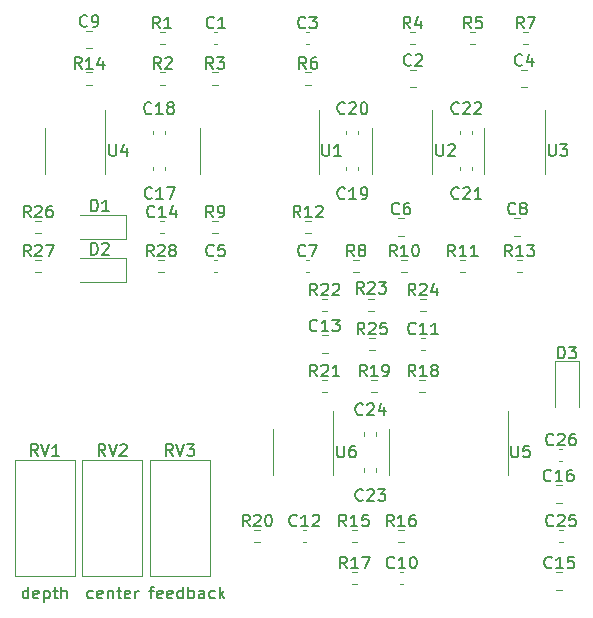
<source format=gto>
G04 #@! TF.GenerationSoftware,KiCad,Pcbnew,5.1.10-88a1d61d58~90~ubuntu20.04.1*
G04 #@! TF.CreationDate,2021-09-06T13:30:35-04:00*
G04 #@! TF.ProjectId,four_pole_lpf,666f7572-5f70-46f6-9c65-5f6c70662e6b,0.1*
G04 #@! TF.SameCoordinates,Original*
G04 #@! TF.FileFunction,Legend,Top*
G04 #@! TF.FilePolarity,Positive*
%FSLAX46Y46*%
G04 Gerber Fmt 4.6, Leading zero omitted, Abs format (unit mm)*
G04 Created by KiCad (PCBNEW 5.1.10-88a1d61d58~90~ubuntu20.04.1) date 2021-09-06 13:30:35*
%MOMM*%
%LPD*%
G01*
G04 APERTURE LIST*
%ADD10C,0.150000*%
%ADD11C,0.120000*%
%ADD12C,1.542000*%
%ADD13O,1.802000X1.802000*%
G04 APERTURE END LIST*
D10*
X107886904Y-115355714D02*
X108267857Y-115355714D01*
X108029761Y-116022380D02*
X108029761Y-115165238D01*
X108077380Y-115070000D01*
X108172619Y-115022380D01*
X108267857Y-115022380D01*
X108982142Y-115974761D02*
X108886904Y-116022380D01*
X108696428Y-116022380D01*
X108601190Y-115974761D01*
X108553571Y-115879523D01*
X108553571Y-115498571D01*
X108601190Y-115403333D01*
X108696428Y-115355714D01*
X108886904Y-115355714D01*
X108982142Y-115403333D01*
X109029761Y-115498571D01*
X109029761Y-115593809D01*
X108553571Y-115689047D01*
X109839285Y-115974761D02*
X109744047Y-116022380D01*
X109553571Y-116022380D01*
X109458333Y-115974761D01*
X109410714Y-115879523D01*
X109410714Y-115498571D01*
X109458333Y-115403333D01*
X109553571Y-115355714D01*
X109744047Y-115355714D01*
X109839285Y-115403333D01*
X109886904Y-115498571D01*
X109886904Y-115593809D01*
X109410714Y-115689047D01*
X110744047Y-116022380D02*
X110744047Y-115022380D01*
X110744047Y-115974761D02*
X110648809Y-116022380D01*
X110458333Y-116022380D01*
X110363095Y-115974761D01*
X110315476Y-115927142D01*
X110267857Y-115831904D01*
X110267857Y-115546190D01*
X110315476Y-115450952D01*
X110363095Y-115403333D01*
X110458333Y-115355714D01*
X110648809Y-115355714D01*
X110744047Y-115403333D01*
X111220238Y-116022380D02*
X111220238Y-115022380D01*
X111220238Y-115403333D02*
X111315476Y-115355714D01*
X111505952Y-115355714D01*
X111601190Y-115403333D01*
X111648809Y-115450952D01*
X111696428Y-115546190D01*
X111696428Y-115831904D01*
X111648809Y-115927142D01*
X111601190Y-115974761D01*
X111505952Y-116022380D01*
X111315476Y-116022380D01*
X111220238Y-115974761D01*
X112553571Y-116022380D02*
X112553571Y-115498571D01*
X112505952Y-115403333D01*
X112410714Y-115355714D01*
X112220238Y-115355714D01*
X112125000Y-115403333D01*
X112553571Y-115974761D02*
X112458333Y-116022380D01*
X112220238Y-116022380D01*
X112125000Y-115974761D01*
X112077380Y-115879523D01*
X112077380Y-115784285D01*
X112125000Y-115689047D01*
X112220238Y-115641428D01*
X112458333Y-115641428D01*
X112553571Y-115593809D01*
X113458333Y-115974761D02*
X113363095Y-116022380D01*
X113172619Y-116022380D01*
X113077380Y-115974761D01*
X113029761Y-115927142D01*
X112982142Y-115831904D01*
X112982142Y-115546190D01*
X113029761Y-115450952D01*
X113077380Y-115403333D01*
X113172619Y-115355714D01*
X113363095Y-115355714D01*
X113458333Y-115403333D01*
X113886904Y-116022380D02*
X113886904Y-115022380D01*
X113982142Y-115641428D02*
X114267857Y-116022380D01*
X114267857Y-115355714D02*
X113886904Y-115736666D01*
X103108333Y-115974761D02*
X103013095Y-116022380D01*
X102822619Y-116022380D01*
X102727380Y-115974761D01*
X102679761Y-115927142D01*
X102632142Y-115831904D01*
X102632142Y-115546190D01*
X102679761Y-115450952D01*
X102727380Y-115403333D01*
X102822619Y-115355714D01*
X103013095Y-115355714D01*
X103108333Y-115403333D01*
X103917857Y-115974761D02*
X103822619Y-116022380D01*
X103632142Y-116022380D01*
X103536904Y-115974761D01*
X103489285Y-115879523D01*
X103489285Y-115498571D01*
X103536904Y-115403333D01*
X103632142Y-115355714D01*
X103822619Y-115355714D01*
X103917857Y-115403333D01*
X103965476Y-115498571D01*
X103965476Y-115593809D01*
X103489285Y-115689047D01*
X104394047Y-115355714D02*
X104394047Y-116022380D01*
X104394047Y-115450952D02*
X104441666Y-115403333D01*
X104536904Y-115355714D01*
X104679761Y-115355714D01*
X104775000Y-115403333D01*
X104822619Y-115498571D01*
X104822619Y-116022380D01*
X105155952Y-115355714D02*
X105536904Y-115355714D01*
X105298809Y-115022380D02*
X105298809Y-115879523D01*
X105346428Y-115974761D01*
X105441666Y-116022380D01*
X105536904Y-116022380D01*
X106251190Y-115974761D02*
X106155952Y-116022380D01*
X105965476Y-116022380D01*
X105870238Y-115974761D01*
X105822619Y-115879523D01*
X105822619Y-115498571D01*
X105870238Y-115403333D01*
X105965476Y-115355714D01*
X106155952Y-115355714D01*
X106251190Y-115403333D01*
X106298809Y-115498571D01*
X106298809Y-115593809D01*
X105822619Y-115689047D01*
X106727380Y-116022380D02*
X106727380Y-115355714D01*
X106727380Y-115546190D02*
X106775000Y-115450952D01*
X106822619Y-115403333D01*
X106917857Y-115355714D01*
X107013095Y-115355714D01*
X97655238Y-116022380D02*
X97655238Y-115022380D01*
X97655238Y-115974761D02*
X97560000Y-116022380D01*
X97369523Y-116022380D01*
X97274285Y-115974761D01*
X97226666Y-115927142D01*
X97179047Y-115831904D01*
X97179047Y-115546190D01*
X97226666Y-115450952D01*
X97274285Y-115403333D01*
X97369523Y-115355714D01*
X97560000Y-115355714D01*
X97655238Y-115403333D01*
X98512380Y-115974761D02*
X98417142Y-116022380D01*
X98226666Y-116022380D01*
X98131428Y-115974761D01*
X98083809Y-115879523D01*
X98083809Y-115498571D01*
X98131428Y-115403333D01*
X98226666Y-115355714D01*
X98417142Y-115355714D01*
X98512380Y-115403333D01*
X98560000Y-115498571D01*
X98560000Y-115593809D01*
X98083809Y-115689047D01*
X98988571Y-115355714D02*
X98988571Y-116355714D01*
X98988571Y-115403333D02*
X99083809Y-115355714D01*
X99274285Y-115355714D01*
X99369523Y-115403333D01*
X99417142Y-115450952D01*
X99464761Y-115546190D01*
X99464761Y-115831904D01*
X99417142Y-115927142D01*
X99369523Y-115974761D01*
X99274285Y-116022380D01*
X99083809Y-116022380D01*
X98988571Y-115974761D01*
X99750476Y-115355714D02*
X100131428Y-115355714D01*
X99893333Y-115022380D02*
X99893333Y-115879523D01*
X99940952Y-115974761D01*
X100036190Y-116022380D01*
X100131428Y-116022380D01*
X100464761Y-116022380D02*
X100464761Y-115022380D01*
X100893333Y-116022380D02*
X100893333Y-115498571D01*
X100845714Y-115403333D01*
X100750476Y-115355714D01*
X100607619Y-115355714D01*
X100512380Y-115403333D01*
X100464761Y-115450952D01*
D11*
X123464000Y-103632000D02*
X123464000Y-100182000D01*
X123464000Y-103632000D02*
X123464000Y-105582000D01*
X118344000Y-103632000D02*
X118344000Y-101682000D01*
X118344000Y-103632000D02*
X118344000Y-105582000D01*
X138283000Y-103632000D02*
X138283000Y-100182000D01*
X138283000Y-103632000D02*
X138283000Y-105582000D01*
X128163000Y-103632000D02*
X128163000Y-101682000D01*
X128163000Y-103632000D02*
X128163000Y-105582000D01*
X104160000Y-78105000D02*
X104160000Y-74655000D01*
X104160000Y-78105000D02*
X104160000Y-80055000D01*
X99040000Y-78105000D02*
X99040000Y-76155000D01*
X99040000Y-78105000D02*
X99040000Y-80055000D01*
X126445742Y-91708500D02*
X126920258Y-91708500D01*
X126445742Y-90663500D02*
X126920258Y-90663500D01*
X136251000Y-78105000D02*
X136251000Y-80055000D01*
X136251000Y-78105000D02*
X136251000Y-76155000D01*
X141371000Y-78105000D02*
X141371000Y-80055000D01*
X141371000Y-78105000D02*
X141371000Y-74655000D01*
X126726000Y-78105000D02*
X126726000Y-80055000D01*
X126726000Y-78105000D02*
X126726000Y-76155000D01*
X131846000Y-78105000D02*
X131846000Y-80055000D01*
X131846000Y-78105000D02*
X131846000Y-74655000D01*
X112161000Y-78105000D02*
X112161000Y-80055000D01*
X112161000Y-78105000D02*
X112161000Y-76155000D01*
X122281000Y-78105000D02*
X122281000Y-80055000D01*
X122281000Y-78105000D02*
X122281000Y-74655000D01*
X113020000Y-104335000D02*
X113020000Y-114105000D01*
X107950000Y-104335000D02*
X107950000Y-114105000D01*
X113020000Y-104335000D02*
X107950000Y-104335000D01*
X113020000Y-114105000D02*
X107950000Y-114105000D01*
X107305000Y-104335000D02*
X107305000Y-114105000D01*
X102235000Y-104335000D02*
X102235000Y-114105000D01*
X107305000Y-104335000D02*
X102235000Y-104335000D01*
X107305000Y-114105000D02*
X102235000Y-114105000D01*
X101590000Y-104335000D02*
X101590000Y-114105000D01*
X96520000Y-104335000D02*
X96520000Y-114105000D01*
X101590000Y-104335000D02*
X96520000Y-104335000D01*
X101590000Y-114105000D02*
X96520000Y-114105000D01*
X126983258Y-95010500D02*
X126508742Y-95010500D01*
X126983258Y-93965500D02*
X126508742Y-93965500D01*
X130826742Y-90663500D02*
X131301258Y-90663500D01*
X130826742Y-91708500D02*
X131301258Y-91708500D01*
X122507742Y-90663500D02*
X122982258Y-90663500D01*
X122507742Y-91708500D02*
X122982258Y-91708500D01*
X122982258Y-98566500D02*
X122507742Y-98566500D01*
X122982258Y-97521500D02*
X122507742Y-97521500D01*
X116793742Y-110221500D02*
X117268258Y-110221500D01*
X116793742Y-111266500D02*
X117268258Y-111266500D01*
X126699742Y-97521500D02*
X127174258Y-97521500D01*
X126699742Y-98566500D02*
X127174258Y-98566500D01*
X131238258Y-98566500D02*
X130763742Y-98566500D01*
X131238258Y-97521500D02*
X130763742Y-97521500D01*
X125047742Y-113777500D02*
X125522258Y-113777500D01*
X125047742Y-114822500D02*
X125522258Y-114822500D01*
X128985742Y-110221500D02*
X129460258Y-110221500D01*
X128985742Y-111266500D02*
X129460258Y-111266500D01*
X125522258Y-111266500D02*
X125047742Y-111266500D01*
X125522258Y-110221500D02*
X125047742Y-110221500D01*
X103044258Y-72531500D02*
X102569742Y-72531500D01*
X103044258Y-71486500D02*
X102569742Y-71486500D01*
X109140258Y-88406500D02*
X108665742Y-88406500D01*
X109140258Y-87361500D02*
X108665742Y-87361500D01*
X98726258Y-88406500D02*
X98251742Y-88406500D01*
X98726258Y-87361500D02*
X98251742Y-87361500D01*
X98726258Y-85104500D02*
X98251742Y-85104500D01*
X98726258Y-84059500D02*
X98251742Y-84059500D01*
X139492258Y-88406500D02*
X139017742Y-88406500D01*
X139492258Y-87361500D02*
X139017742Y-87361500D01*
X121585258Y-85104500D02*
X121110742Y-85104500D01*
X121585258Y-84059500D02*
X121110742Y-84059500D01*
X134667258Y-88406500D02*
X134192742Y-88406500D01*
X134667258Y-87361500D02*
X134192742Y-87361500D01*
X129714258Y-88406500D02*
X129239742Y-88406500D01*
X129714258Y-87361500D02*
X129239742Y-87361500D01*
X113237742Y-84059500D02*
X113712258Y-84059500D01*
X113237742Y-85104500D02*
X113712258Y-85104500D01*
X125650258Y-88406500D02*
X125175742Y-88406500D01*
X125650258Y-87361500D02*
X125175742Y-87361500D01*
X140001258Y-69102500D02*
X139526742Y-69102500D01*
X140001258Y-68057500D02*
X139526742Y-68057500D01*
X121585258Y-72531500D02*
X121110742Y-72531500D01*
X121585258Y-71486500D02*
X121110742Y-71486500D01*
X135492258Y-69102500D02*
X135017742Y-69102500D01*
X135492258Y-68057500D02*
X135017742Y-68057500D01*
X130412258Y-69102500D02*
X129937742Y-69102500D01*
X130412258Y-68057500D02*
X129937742Y-68057500D01*
X113237742Y-71486500D02*
X113712258Y-71486500D01*
X113237742Y-72531500D02*
X113712258Y-72531500D01*
X109267258Y-72531500D02*
X108792742Y-72531500D01*
X109267258Y-71486500D02*
X108792742Y-71486500D01*
X109267258Y-69102500D02*
X108792742Y-69102500D01*
X109267258Y-68057500D02*
X108792742Y-68057500D01*
X144256000Y-95922000D02*
X142256000Y-95922000D01*
X142256000Y-95922000D02*
X142256000Y-99822000D01*
X144256000Y-95922000D02*
X144256000Y-99822000D01*
X105959200Y-89239600D02*
X105959200Y-87239600D01*
X105959200Y-87239600D02*
X102059200Y-87239600D01*
X105959200Y-89239600D02*
X102059200Y-89239600D01*
X105959200Y-85582000D02*
X105959200Y-83582000D01*
X105959200Y-83582000D02*
X102059200Y-83582000D01*
X105959200Y-85582000D02*
X102059200Y-85582000D01*
X122486748Y-93753000D02*
X123009252Y-93753000D01*
X122486748Y-95223000D02*
X123009252Y-95223000D01*
X120877420Y-110234000D02*
X121158580Y-110234000D01*
X120877420Y-111254000D02*
X121158580Y-111254000D01*
X130936420Y-93978000D02*
X131217580Y-93978000D01*
X130936420Y-94998000D02*
X131217580Y-94998000D01*
X129413580Y-114810000D02*
X129132420Y-114810000D01*
X129413580Y-113790000D02*
X129132420Y-113790000D01*
X102542748Y-67972000D02*
X103065252Y-67972000D01*
X102542748Y-69442000D02*
X103065252Y-69442000D01*
X142594420Y-103376000D02*
X142875580Y-103376000D01*
X142594420Y-104396000D02*
X142875580Y-104396000D01*
X142888580Y-111254000D02*
X142607420Y-111254000D01*
X142888580Y-110234000D02*
X142607420Y-110234000D01*
X127129000Y-101967420D02*
X127129000Y-102248580D01*
X126109000Y-101967420D02*
X126109000Y-102248580D01*
X127129000Y-105002420D02*
X127129000Y-105283580D01*
X126109000Y-105002420D02*
X126109000Y-105283580D01*
X135257000Y-76440420D02*
X135257000Y-76721580D01*
X134237000Y-76440420D02*
X134237000Y-76721580D01*
X135257000Y-79475420D02*
X135257000Y-79756580D01*
X134237000Y-79475420D02*
X134237000Y-79756580D01*
X125605000Y-76440420D02*
X125605000Y-76721580D01*
X124585000Y-76440420D02*
X124585000Y-76721580D01*
X125605000Y-79488420D02*
X125605000Y-79769580D01*
X124585000Y-79488420D02*
X124585000Y-79769580D01*
X109222000Y-76440420D02*
X109222000Y-76721580D01*
X108202000Y-76440420D02*
X108202000Y-76721580D01*
X109222000Y-79488420D02*
X109222000Y-79769580D01*
X108202000Y-79488420D02*
X108202000Y-79769580D01*
X142298748Y-106453000D02*
X142821252Y-106453000D01*
X142298748Y-107923000D02*
X142821252Y-107923000D01*
X142821252Y-115289000D02*
X142298748Y-115289000D01*
X142821252Y-113819000D02*
X142298748Y-113819000D01*
X109119580Y-85092000D02*
X108838420Y-85092000D01*
X109119580Y-84072000D02*
X108838420Y-84072000D01*
X139326252Y-85317000D02*
X138803748Y-85317000D01*
X139326252Y-83847000D02*
X138803748Y-83847000D01*
X121131420Y-87374000D02*
X121412580Y-87374000D01*
X121131420Y-88394000D02*
X121412580Y-88394000D01*
X129481252Y-85317000D02*
X128958748Y-85317000D01*
X129481252Y-83847000D02*
X128958748Y-83847000D01*
X113665580Y-88394000D02*
X113384420Y-88394000D01*
X113665580Y-87374000D02*
X113384420Y-87374000D01*
X139900252Y-72744000D02*
X139377748Y-72744000D01*
X139900252Y-71274000D02*
X139377748Y-71274000D01*
X121157420Y-68070000D02*
X121438580Y-68070000D01*
X121157420Y-69090000D02*
X121438580Y-69090000D01*
X130497252Y-72744000D02*
X129974748Y-72744000D01*
X130497252Y-71274000D02*
X129974748Y-71274000D01*
X113665580Y-69090000D02*
X113384420Y-69090000D01*
X113665580Y-68070000D02*
X113384420Y-68070000D01*
D10*
X123825095Y-103084380D02*
X123825095Y-103893904D01*
X123872714Y-103989142D01*
X123920333Y-104036761D01*
X124015571Y-104084380D01*
X124206047Y-104084380D01*
X124301285Y-104036761D01*
X124348904Y-103989142D01*
X124396523Y-103893904D01*
X124396523Y-103084380D01*
X125301285Y-103084380D02*
X125110809Y-103084380D01*
X125015571Y-103132000D01*
X124967952Y-103179619D01*
X124872714Y-103322476D01*
X124825095Y-103512952D01*
X124825095Y-103893904D01*
X124872714Y-103989142D01*
X124920333Y-104036761D01*
X125015571Y-104084380D01*
X125206047Y-104084380D01*
X125301285Y-104036761D01*
X125348904Y-103989142D01*
X125396523Y-103893904D01*
X125396523Y-103655809D01*
X125348904Y-103560571D01*
X125301285Y-103512952D01*
X125206047Y-103465333D01*
X125015571Y-103465333D01*
X124920333Y-103512952D01*
X124872714Y-103560571D01*
X124825095Y-103655809D01*
X138557095Y-103084380D02*
X138557095Y-103893904D01*
X138604714Y-103989142D01*
X138652333Y-104036761D01*
X138747571Y-104084380D01*
X138938047Y-104084380D01*
X139033285Y-104036761D01*
X139080904Y-103989142D01*
X139128523Y-103893904D01*
X139128523Y-103084380D01*
X140080904Y-103084380D02*
X139604714Y-103084380D01*
X139557095Y-103560571D01*
X139604714Y-103512952D01*
X139699952Y-103465333D01*
X139938047Y-103465333D01*
X140033285Y-103512952D01*
X140080904Y-103560571D01*
X140128523Y-103655809D01*
X140128523Y-103893904D01*
X140080904Y-103989142D01*
X140033285Y-104036761D01*
X139938047Y-104084380D01*
X139699952Y-104084380D01*
X139604714Y-104036761D01*
X139557095Y-103989142D01*
X104521095Y-77557380D02*
X104521095Y-78366904D01*
X104568714Y-78462142D01*
X104616333Y-78509761D01*
X104711571Y-78557380D01*
X104902047Y-78557380D01*
X104997285Y-78509761D01*
X105044904Y-78462142D01*
X105092523Y-78366904D01*
X105092523Y-77557380D01*
X105997285Y-77890714D02*
X105997285Y-78557380D01*
X105759190Y-77509761D02*
X105521095Y-78224047D01*
X106140142Y-78224047D01*
X126040142Y-90208380D02*
X125706809Y-89732190D01*
X125468714Y-90208380D02*
X125468714Y-89208380D01*
X125849666Y-89208380D01*
X125944904Y-89256000D01*
X125992523Y-89303619D01*
X126040142Y-89398857D01*
X126040142Y-89541714D01*
X125992523Y-89636952D01*
X125944904Y-89684571D01*
X125849666Y-89732190D01*
X125468714Y-89732190D01*
X126421095Y-89303619D02*
X126468714Y-89256000D01*
X126563952Y-89208380D01*
X126802047Y-89208380D01*
X126897285Y-89256000D01*
X126944904Y-89303619D01*
X126992523Y-89398857D01*
X126992523Y-89494095D01*
X126944904Y-89636952D01*
X126373476Y-90208380D01*
X126992523Y-90208380D01*
X127325857Y-89208380D02*
X127944904Y-89208380D01*
X127611571Y-89589333D01*
X127754428Y-89589333D01*
X127849666Y-89636952D01*
X127897285Y-89684571D01*
X127944904Y-89779809D01*
X127944904Y-90017904D01*
X127897285Y-90113142D01*
X127849666Y-90160761D01*
X127754428Y-90208380D01*
X127468714Y-90208380D01*
X127373476Y-90160761D01*
X127325857Y-90113142D01*
X141732095Y-77557380D02*
X141732095Y-78366904D01*
X141779714Y-78462142D01*
X141827333Y-78509761D01*
X141922571Y-78557380D01*
X142113047Y-78557380D01*
X142208285Y-78509761D01*
X142255904Y-78462142D01*
X142303523Y-78366904D01*
X142303523Y-77557380D01*
X142684476Y-77557380D02*
X143303523Y-77557380D01*
X142970190Y-77938333D01*
X143113047Y-77938333D01*
X143208285Y-77985952D01*
X143255904Y-78033571D01*
X143303523Y-78128809D01*
X143303523Y-78366904D01*
X143255904Y-78462142D01*
X143208285Y-78509761D01*
X143113047Y-78557380D01*
X142827333Y-78557380D01*
X142732095Y-78509761D01*
X142684476Y-78462142D01*
X132207095Y-77557380D02*
X132207095Y-78366904D01*
X132254714Y-78462142D01*
X132302333Y-78509761D01*
X132397571Y-78557380D01*
X132588047Y-78557380D01*
X132683285Y-78509761D01*
X132730904Y-78462142D01*
X132778523Y-78366904D01*
X132778523Y-77557380D01*
X133207095Y-77652619D02*
X133254714Y-77605000D01*
X133349952Y-77557380D01*
X133588047Y-77557380D01*
X133683285Y-77605000D01*
X133730904Y-77652619D01*
X133778523Y-77747857D01*
X133778523Y-77843095D01*
X133730904Y-77985952D01*
X133159476Y-78557380D01*
X133778523Y-78557380D01*
X122555095Y-77557380D02*
X122555095Y-78366904D01*
X122602714Y-78462142D01*
X122650333Y-78509761D01*
X122745571Y-78557380D01*
X122936047Y-78557380D01*
X123031285Y-78509761D01*
X123078904Y-78462142D01*
X123126523Y-78366904D01*
X123126523Y-77557380D01*
X124126523Y-78557380D02*
X123555095Y-78557380D01*
X123840809Y-78557380D02*
X123840809Y-77557380D01*
X123745571Y-77700238D01*
X123650333Y-77795476D01*
X123555095Y-77843095D01*
X109894761Y-103957380D02*
X109561428Y-103481190D01*
X109323333Y-103957380D02*
X109323333Y-102957380D01*
X109704285Y-102957380D01*
X109799523Y-103005000D01*
X109847142Y-103052619D01*
X109894761Y-103147857D01*
X109894761Y-103290714D01*
X109847142Y-103385952D01*
X109799523Y-103433571D01*
X109704285Y-103481190D01*
X109323333Y-103481190D01*
X110180476Y-102957380D02*
X110513809Y-103957380D01*
X110847142Y-102957380D01*
X111085238Y-102957380D02*
X111704285Y-102957380D01*
X111370952Y-103338333D01*
X111513809Y-103338333D01*
X111609047Y-103385952D01*
X111656666Y-103433571D01*
X111704285Y-103528809D01*
X111704285Y-103766904D01*
X111656666Y-103862142D01*
X111609047Y-103909761D01*
X111513809Y-103957380D01*
X111228095Y-103957380D01*
X111132857Y-103909761D01*
X111085238Y-103862142D01*
X104179761Y-103957380D02*
X103846428Y-103481190D01*
X103608333Y-103957380D02*
X103608333Y-102957380D01*
X103989285Y-102957380D01*
X104084523Y-103005000D01*
X104132142Y-103052619D01*
X104179761Y-103147857D01*
X104179761Y-103290714D01*
X104132142Y-103385952D01*
X104084523Y-103433571D01*
X103989285Y-103481190D01*
X103608333Y-103481190D01*
X104465476Y-102957380D02*
X104798809Y-103957380D01*
X105132142Y-102957380D01*
X105417857Y-103052619D02*
X105465476Y-103005000D01*
X105560714Y-102957380D01*
X105798809Y-102957380D01*
X105894047Y-103005000D01*
X105941666Y-103052619D01*
X105989285Y-103147857D01*
X105989285Y-103243095D01*
X105941666Y-103385952D01*
X105370238Y-103957380D01*
X105989285Y-103957380D01*
X98464761Y-103957380D02*
X98131428Y-103481190D01*
X97893333Y-103957380D02*
X97893333Y-102957380D01*
X98274285Y-102957380D01*
X98369523Y-103005000D01*
X98417142Y-103052619D01*
X98464761Y-103147857D01*
X98464761Y-103290714D01*
X98417142Y-103385952D01*
X98369523Y-103433571D01*
X98274285Y-103481190D01*
X97893333Y-103481190D01*
X98750476Y-102957380D02*
X99083809Y-103957380D01*
X99417142Y-102957380D01*
X100274285Y-103957380D02*
X99702857Y-103957380D01*
X99988571Y-103957380D02*
X99988571Y-102957380D01*
X99893333Y-103100238D01*
X99798095Y-103195476D01*
X99702857Y-103243095D01*
X126103142Y-93670380D02*
X125769809Y-93194190D01*
X125531714Y-93670380D02*
X125531714Y-92670380D01*
X125912666Y-92670380D01*
X126007904Y-92718000D01*
X126055523Y-92765619D01*
X126103142Y-92860857D01*
X126103142Y-93003714D01*
X126055523Y-93098952D01*
X126007904Y-93146571D01*
X125912666Y-93194190D01*
X125531714Y-93194190D01*
X126484095Y-92765619D02*
X126531714Y-92718000D01*
X126626952Y-92670380D01*
X126865047Y-92670380D01*
X126960285Y-92718000D01*
X127007904Y-92765619D01*
X127055523Y-92860857D01*
X127055523Y-92956095D01*
X127007904Y-93098952D01*
X126436476Y-93670380D01*
X127055523Y-93670380D01*
X127960285Y-92670380D02*
X127484095Y-92670380D01*
X127436476Y-93146571D01*
X127484095Y-93098952D01*
X127579333Y-93051333D01*
X127817428Y-93051333D01*
X127912666Y-93098952D01*
X127960285Y-93146571D01*
X128007904Y-93241809D01*
X128007904Y-93479904D01*
X127960285Y-93575142D01*
X127912666Y-93622761D01*
X127817428Y-93670380D01*
X127579333Y-93670380D01*
X127484095Y-93622761D01*
X127436476Y-93575142D01*
X130421142Y-90368380D02*
X130087809Y-89892190D01*
X129849714Y-90368380D02*
X129849714Y-89368380D01*
X130230666Y-89368380D01*
X130325904Y-89416000D01*
X130373523Y-89463619D01*
X130421142Y-89558857D01*
X130421142Y-89701714D01*
X130373523Y-89796952D01*
X130325904Y-89844571D01*
X130230666Y-89892190D01*
X129849714Y-89892190D01*
X130802095Y-89463619D02*
X130849714Y-89416000D01*
X130944952Y-89368380D01*
X131183047Y-89368380D01*
X131278285Y-89416000D01*
X131325904Y-89463619D01*
X131373523Y-89558857D01*
X131373523Y-89654095D01*
X131325904Y-89796952D01*
X130754476Y-90368380D01*
X131373523Y-90368380D01*
X132230666Y-89701714D02*
X132230666Y-90368380D01*
X131992571Y-89320761D02*
X131754476Y-90035047D01*
X132373523Y-90035047D01*
X122102142Y-90368380D02*
X121768809Y-89892190D01*
X121530714Y-90368380D02*
X121530714Y-89368380D01*
X121911666Y-89368380D01*
X122006904Y-89416000D01*
X122054523Y-89463619D01*
X122102142Y-89558857D01*
X122102142Y-89701714D01*
X122054523Y-89796952D01*
X122006904Y-89844571D01*
X121911666Y-89892190D01*
X121530714Y-89892190D01*
X122483095Y-89463619D02*
X122530714Y-89416000D01*
X122625952Y-89368380D01*
X122864047Y-89368380D01*
X122959285Y-89416000D01*
X123006904Y-89463619D01*
X123054523Y-89558857D01*
X123054523Y-89654095D01*
X123006904Y-89796952D01*
X122435476Y-90368380D01*
X123054523Y-90368380D01*
X123435476Y-89463619D02*
X123483095Y-89416000D01*
X123578333Y-89368380D01*
X123816428Y-89368380D01*
X123911666Y-89416000D01*
X123959285Y-89463619D01*
X124006904Y-89558857D01*
X124006904Y-89654095D01*
X123959285Y-89796952D01*
X123387857Y-90368380D01*
X124006904Y-90368380D01*
X122102142Y-97226380D02*
X121768809Y-96750190D01*
X121530714Y-97226380D02*
X121530714Y-96226380D01*
X121911666Y-96226380D01*
X122006904Y-96274000D01*
X122054523Y-96321619D01*
X122102142Y-96416857D01*
X122102142Y-96559714D01*
X122054523Y-96654952D01*
X122006904Y-96702571D01*
X121911666Y-96750190D01*
X121530714Y-96750190D01*
X122483095Y-96321619D02*
X122530714Y-96274000D01*
X122625952Y-96226380D01*
X122864047Y-96226380D01*
X122959285Y-96274000D01*
X123006904Y-96321619D01*
X123054523Y-96416857D01*
X123054523Y-96512095D01*
X123006904Y-96654952D01*
X122435476Y-97226380D01*
X123054523Y-97226380D01*
X124006904Y-97226380D02*
X123435476Y-97226380D01*
X123721190Y-97226380D02*
X123721190Y-96226380D01*
X123625952Y-96369238D01*
X123530714Y-96464476D01*
X123435476Y-96512095D01*
X116388142Y-109926380D02*
X116054809Y-109450190D01*
X115816714Y-109926380D02*
X115816714Y-108926380D01*
X116197666Y-108926380D01*
X116292904Y-108974000D01*
X116340523Y-109021619D01*
X116388142Y-109116857D01*
X116388142Y-109259714D01*
X116340523Y-109354952D01*
X116292904Y-109402571D01*
X116197666Y-109450190D01*
X115816714Y-109450190D01*
X116769095Y-109021619D02*
X116816714Y-108974000D01*
X116911952Y-108926380D01*
X117150047Y-108926380D01*
X117245285Y-108974000D01*
X117292904Y-109021619D01*
X117340523Y-109116857D01*
X117340523Y-109212095D01*
X117292904Y-109354952D01*
X116721476Y-109926380D01*
X117340523Y-109926380D01*
X117959571Y-108926380D02*
X118054809Y-108926380D01*
X118150047Y-108974000D01*
X118197666Y-109021619D01*
X118245285Y-109116857D01*
X118292904Y-109307333D01*
X118292904Y-109545428D01*
X118245285Y-109735904D01*
X118197666Y-109831142D01*
X118150047Y-109878761D01*
X118054809Y-109926380D01*
X117959571Y-109926380D01*
X117864333Y-109878761D01*
X117816714Y-109831142D01*
X117769095Y-109735904D01*
X117721476Y-109545428D01*
X117721476Y-109307333D01*
X117769095Y-109116857D01*
X117816714Y-109021619D01*
X117864333Y-108974000D01*
X117959571Y-108926380D01*
X126294142Y-97226380D02*
X125960809Y-96750190D01*
X125722714Y-97226380D02*
X125722714Y-96226380D01*
X126103666Y-96226380D01*
X126198904Y-96274000D01*
X126246523Y-96321619D01*
X126294142Y-96416857D01*
X126294142Y-96559714D01*
X126246523Y-96654952D01*
X126198904Y-96702571D01*
X126103666Y-96750190D01*
X125722714Y-96750190D01*
X127246523Y-97226380D02*
X126675095Y-97226380D01*
X126960809Y-97226380D02*
X126960809Y-96226380D01*
X126865571Y-96369238D01*
X126770333Y-96464476D01*
X126675095Y-96512095D01*
X127722714Y-97226380D02*
X127913190Y-97226380D01*
X128008428Y-97178761D01*
X128056047Y-97131142D01*
X128151285Y-96988285D01*
X128198904Y-96797809D01*
X128198904Y-96416857D01*
X128151285Y-96321619D01*
X128103666Y-96274000D01*
X128008428Y-96226380D01*
X127817952Y-96226380D01*
X127722714Y-96274000D01*
X127675095Y-96321619D01*
X127627476Y-96416857D01*
X127627476Y-96654952D01*
X127675095Y-96750190D01*
X127722714Y-96797809D01*
X127817952Y-96845428D01*
X128008428Y-96845428D01*
X128103666Y-96797809D01*
X128151285Y-96750190D01*
X128198904Y-96654952D01*
X130421142Y-97226380D02*
X130087809Y-96750190D01*
X129849714Y-97226380D02*
X129849714Y-96226380D01*
X130230666Y-96226380D01*
X130325904Y-96274000D01*
X130373523Y-96321619D01*
X130421142Y-96416857D01*
X130421142Y-96559714D01*
X130373523Y-96654952D01*
X130325904Y-96702571D01*
X130230666Y-96750190D01*
X129849714Y-96750190D01*
X131373523Y-97226380D02*
X130802095Y-97226380D01*
X131087809Y-97226380D02*
X131087809Y-96226380D01*
X130992571Y-96369238D01*
X130897333Y-96464476D01*
X130802095Y-96512095D01*
X131944952Y-96654952D02*
X131849714Y-96607333D01*
X131802095Y-96559714D01*
X131754476Y-96464476D01*
X131754476Y-96416857D01*
X131802095Y-96321619D01*
X131849714Y-96274000D01*
X131944952Y-96226380D01*
X132135428Y-96226380D01*
X132230666Y-96274000D01*
X132278285Y-96321619D01*
X132325904Y-96416857D01*
X132325904Y-96464476D01*
X132278285Y-96559714D01*
X132230666Y-96607333D01*
X132135428Y-96654952D01*
X131944952Y-96654952D01*
X131849714Y-96702571D01*
X131802095Y-96750190D01*
X131754476Y-96845428D01*
X131754476Y-97035904D01*
X131802095Y-97131142D01*
X131849714Y-97178761D01*
X131944952Y-97226380D01*
X132135428Y-97226380D01*
X132230666Y-97178761D01*
X132278285Y-97131142D01*
X132325904Y-97035904D01*
X132325904Y-96845428D01*
X132278285Y-96750190D01*
X132230666Y-96702571D01*
X132135428Y-96654952D01*
X124642142Y-113482380D02*
X124308809Y-113006190D01*
X124070714Y-113482380D02*
X124070714Y-112482380D01*
X124451666Y-112482380D01*
X124546904Y-112530000D01*
X124594523Y-112577619D01*
X124642142Y-112672857D01*
X124642142Y-112815714D01*
X124594523Y-112910952D01*
X124546904Y-112958571D01*
X124451666Y-113006190D01*
X124070714Y-113006190D01*
X125594523Y-113482380D02*
X125023095Y-113482380D01*
X125308809Y-113482380D02*
X125308809Y-112482380D01*
X125213571Y-112625238D01*
X125118333Y-112720476D01*
X125023095Y-112768095D01*
X125927857Y-112482380D02*
X126594523Y-112482380D01*
X126165952Y-113482380D01*
X128580142Y-109926380D02*
X128246809Y-109450190D01*
X128008714Y-109926380D02*
X128008714Y-108926380D01*
X128389666Y-108926380D01*
X128484904Y-108974000D01*
X128532523Y-109021619D01*
X128580142Y-109116857D01*
X128580142Y-109259714D01*
X128532523Y-109354952D01*
X128484904Y-109402571D01*
X128389666Y-109450190D01*
X128008714Y-109450190D01*
X129532523Y-109926380D02*
X128961095Y-109926380D01*
X129246809Y-109926380D02*
X129246809Y-108926380D01*
X129151571Y-109069238D01*
X129056333Y-109164476D01*
X128961095Y-109212095D01*
X130389666Y-108926380D02*
X130199190Y-108926380D01*
X130103952Y-108974000D01*
X130056333Y-109021619D01*
X129961095Y-109164476D01*
X129913476Y-109354952D01*
X129913476Y-109735904D01*
X129961095Y-109831142D01*
X130008714Y-109878761D01*
X130103952Y-109926380D01*
X130294428Y-109926380D01*
X130389666Y-109878761D01*
X130437285Y-109831142D01*
X130484904Y-109735904D01*
X130484904Y-109497809D01*
X130437285Y-109402571D01*
X130389666Y-109354952D01*
X130294428Y-109307333D01*
X130103952Y-109307333D01*
X130008714Y-109354952D01*
X129961095Y-109402571D01*
X129913476Y-109497809D01*
X124578142Y-109926380D02*
X124244809Y-109450190D01*
X124006714Y-109926380D02*
X124006714Y-108926380D01*
X124387666Y-108926380D01*
X124482904Y-108974000D01*
X124530523Y-109021619D01*
X124578142Y-109116857D01*
X124578142Y-109259714D01*
X124530523Y-109354952D01*
X124482904Y-109402571D01*
X124387666Y-109450190D01*
X124006714Y-109450190D01*
X125530523Y-109926380D02*
X124959095Y-109926380D01*
X125244809Y-109926380D02*
X125244809Y-108926380D01*
X125149571Y-109069238D01*
X125054333Y-109164476D01*
X124959095Y-109212095D01*
X126435285Y-108926380D02*
X125959095Y-108926380D01*
X125911476Y-109402571D01*
X125959095Y-109354952D01*
X126054333Y-109307333D01*
X126292428Y-109307333D01*
X126387666Y-109354952D01*
X126435285Y-109402571D01*
X126482904Y-109497809D01*
X126482904Y-109735904D01*
X126435285Y-109831142D01*
X126387666Y-109878761D01*
X126292428Y-109926380D01*
X126054333Y-109926380D01*
X125959095Y-109878761D01*
X125911476Y-109831142D01*
X102164142Y-71191380D02*
X101830809Y-70715190D01*
X101592714Y-71191380D02*
X101592714Y-70191380D01*
X101973666Y-70191380D01*
X102068904Y-70239000D01*
X102116523Y-70286619D01*
X102164142Y-70381857D01*
X102164142Y-70524714D01*
X102116523Y-70619952D01*
X102068904Y-70667571D01*
X101973666Y-70715190D01*
X101592714Y-70715190D01*
X103116523Y-71191380D02*
X102545095Y-71191380D01*
X102830809Y-71191380D02*
X102830809Y-70191380D01*
X102735571Y-70334238D01*
X102640333Y-70429476D01*
X102545095Y-70477095D01*
X103973666Y-70524714D02*
X103973666Y-71191380D01*
X103735571Y-70143761D02*
X103497476Y-70858047D01*
X104116523Y-70858047D01*
X108260142Y-87066380D02*
X107926809Y-86590190D01*
X107688714Y-87066380D02*
X107688714Y-86066380D01*
X108069666Y-86066380D01*
X108164904Y-86114000D01*
X108212523Y-86161619D01*
X108260142Y-86256857D01*
X108260142Y-86399714D01*
X108212523Y-86494952D01*
X108164904Y-86542571D01*
X108069666Y-86590190D01*
X107688714Y-86590190D01*
X108641095Y-86161619D02*
X108688714Y-86114000D01*
X108783952Y-86066380D01*
X109022047Y-86066380D01*
X109117285Y-86114000D01*
X109164904Y-86161619D01*
X109212523Y-86256857D01*
X109212523Y-86352095D01*
X109164904Y-86494952D01*
X108593476Y-87066380D01*
X109212523Y-87066380D01*
X109783952Y-86494952D02*
X109688714Y-86447333D01*
X109641095Y-86399714D01*
X109593476Y-86304476D01*
X109593476Y-86256857D01*
X109641095Y-86161619D01*
X109688714Y-86114000D01*
X109783952Y-86066380D01*
X109974428Y-86066380D01*
X110069666Y-86114000D01*
X110117285Y-86161619D01*
X110164904Y-86256857D01*
X110164904Y-86304476D01*
X110117285Y-86399714D01*
X110069666Y-86447333D01*
X109974428Y-86494952D01*
X109783952Y-86494952D01*
X109688714Y-86542571D01*
X109641095Y-86590190D01*
X109593476Y-86685428D01*
X109593476Y-86875904D01*
X109641095Y-86971142D01*
X109688714Y-87018761D01*
X109783952Y-87066380D01*
X109974428Y-87066380D01*
X110069666Y-87018761D01*
X110117285Y-86971142D01*
X110164904Y-86875904D01*
X110164904Y-86685428D01*
X110117285Y-86590190D01*
X110069666Y-86542571D01*
X109974428Y-86494952D01*
X97846142Y-87066380D02*
X97512809Y-86590190D01*
X97274714Y-87066380D02*
X97274714Y-86066380D01*
X97655666Y-86066380D01*
X97750904Y-86114000D01*
X97798523Y-86161619D01*
X97846142Y-86256857D01*
X97846142Y-86399714D01*
X97798523Y-86494952D01*
X97750904Y-86542571D01*
X97655666Y-86590190D01*
X97274714Y-86590190D01*
X98227095Y-86161619D02*
X98274714Y-86114000D01*
X98369952Y-86066380D01*
X98608047Y-86066380D01*
X98703285Y-86114000D01*
X98750904Y-86161619D01*
X98798523Y-86256857D01*
X98798523Y-86352095D01*
X98750904Y-86494952D01*
X98179476Y-87066380D01*
X98798523Y-87066380D01*
X99131857Y-86066380D02*
X99798523Y-86066380D01*
X99369952Y-87066380D01*
X97846142Y-83764380D02*
X97512809Y-83288190D01*
X97274714Y-83764380D02*
X97274714Y-82764380D01*
X97655666Y-82764380D01*
X97750904Y-82812000D01*
X97798523Y-82859619D01*
X97846142Y-82954857D01*
X97846142Y-83097714D01*
X97798523Y-83192952D01*
X97750904Y-83240571D01*
X97655666Y-83288190D01*
X97274714Y-83288190D01*
X98227095Y-82859619D02*
X98274714Y-82812000D01*
X98369952Y-82764380D01*
X98608047Y-82764380D01*
X98703285Y-82812000D01*
X98750904Y-82859619D01*
X98798523Y-82954857D01*
X98798523Y-83050095D01*
X98750904Y-83192952D01*
X98179476Y-83764380D01*
X98798523Y-83764380D01*
X99655666Y-82764380D02*
X99465190Y-82764380D01*
X99369952Y-82812000D01*
X99322333Y-82859619D01*
X99227095Y-83002476D01*
X99179476Y-83192952D01*
X99179476Y-83573904D01*
X99227095Y-83669142D01*
X99274714Y-83716761D01*
X99369952Y-83764380D01*
X99560428Y-83764380D01*
X99655666Y-83716761D01*
X99703285Y-83669142D01*
X99750904Y-83573904D01*
X99750904Y-83335809D01*
X99703285Y-83240571D01*
X99655666Y-83192952D01*
X99560428Y-83145333D01*
X99369952Y-83145333D01*
X99274714Y-83192952D01*
X99227095Y-83240571D01*
X99179476Y-83335809D01*
X138612142Y-87066380D02*
X138278809Y-86590190D01*
X138040714Y-87066380D02*
X138040714Y-86066380D01*
X138421666Y-86066380D01*
X138516904Y-86114000D01*
X138564523Y-86161619D01*
X138612142Y-86256857D01*
X138612142Y-86399714D01*
X138564523Y-86494952D01*
X138516904Y-86542571D01*
X138421666Y-86590190D01*
X138040714Y-86590190D01*
X139564523Y-87066380D02*
X138993095Y-87066380D01*
X139278809Y-87066380D02*
X139278809Y-86066380D01*
X139183571Y-86209238D01*
X139088333Y-86304476D01*
X138993095Y-86352095D01*
X139897857Y-86066380D02*
X140516904Y-86066380D01*
X140183571Y-86447333D01*
X140326428Y-86447333D01*
X140421666Y-86494952D01*
X140469285Y-86542571D01*
X140516904Y-86637809D01*
X140516904Y-86875904D01*
X140469285Y-86971142D01*
X140421666Y-87018761D01*
X140326428Y-87066380D01*
X140040714Y-87066380D01*
X139945476Y-87018761D01*
X139897857Y-86971142D01*
X120705142Y-83764380D02*
X120371809Y-83288190D01*
X120133714Y-83764380D02*
X120133714Y-82764380D01*
X120514666Y-82764380D01*
X120609904Y-82812000D01*
X120657523Y-82859619D01*
X120705142Y-82954857D01*
X120705142Y-83097714D01*
X120657523Y-83192952D01*
X120609904Y-83240571D01*
X120514666Y-83288190D01*
X120133714Y-83288190D01*
X121657523Y-83764380D02*
X121086095Y-83764380D01*
X121371809Y-83764380D02*
X121371809Y-82764380D01*
X121276571Y-82907238D01*
X121181333Y-83002476D01*
X121086095Y-83050095D01*
X122038476Y-82859619D02*
X122086095Y-82812000D01*
X122181333Y-82764380D01*
X122419428Y-82764380D01*
X122514666Y-82812000D01*
X122562285Y-82859619D01*
X122609904Y-82954857D01*
X122609904Y-83050095D01*
X122562285Y-83192952D01*
X121990857Y-83764380D01*
X122609904Y-83764380D01*
X133787142Y-87066380D02*
X133453809Y-86590190D01*
X133215714Y-87066380D02*
X133215714Y-86066380D01*
X133596666Y-86066380D01*
X133691904Y-86114000D01*
X133739523Y-86161619D01*
X133787142Y-86256857D01*
X133787142Y-86399714D01*
X133739523Y-86494952D01*
X133691904Y-86542571D01*
X133596666Y-86590190D01*
X133215714Y-86590190D01*
X134739523Y-87066380D02*
X134168095Y-87066380D01*
X134453809Y-87066380D02*
X134453809Y-86066380D01*
X134358571Y-86209238D01*
X134263333Y-86304476D01*
X134168095Y-86352095D01*
X135691904Y-87066380D02*
X135120476Y-87066380D01*
X135406190Y-87066380D02*
X135406190Y-86066380D01*
X135310952Y-86209238D01*
X135215714Y-86304476D01*
X135120476Y-86352095D01*
X128834142Y-87066380D02*
X128500809Y-86590190D01*
X128262714Y-87066380D02*
X128262714Y-86066380D01*
X128643666Y-86066380D01*
X128738904Y-86114000D01*
X128786523Y-86161619D01*
X128834142Y-86256857D01*
X128834142Y-86399714D01*
X128786523Y-86494952D01*
X128738904Y-86542571D01*
X128643666Y-86590190D01*
X128262714Y-86590190D01*
X129786523Y-87066380D02*
X129215095Y-87066380D01*
X129500809Y-87066380D02*
X129500809Y-86066380D01*
X129405571Y-86209238D01*
X129310333Y-86304476D01*
X129215095Y-86352095D01*
X130405571Y-86066380D02*
X130500809Y-86066380D01*
X130596047Y-86114000D01*
X130643666Y-86161619D01*
X130691285Y-86256857D01*
X130738904Y-86447333D01*
X130738904Y-86685428D01*
X130691285Y-86875904D01*
X130643666Y-86971142D01*
X130596047Y-87018761D01*
X130500809Y-87066380D01*
X130405571Y-87066380D01*
X130310333Y-87018761D01*
X130262714Y-86971142D01*
X130215095Y-86875904D01*
X130167476Y-86685428D01*
X130167476Y-86447333D01*
X130215095Y-86256857D01*
X130262714Y-86161619D01*
X130310333Y-86114000D01*
X130405571Y-86066380D01*
X113308333Y-83764380D02*
X112975000Y-83288190D01*
X112736904Y-83764380D02*
X112736904Y-82764380D01*
X113117857Y-82764380D01*
X113213095Y-82812000D01*
X113260714Y-82859619D01*
X113308333Y-82954857D01*
X113308333Y-83097714D01*
X113260714Y-83192952D01*
X113213095Y-83240571D01*
X113117857Y-83288190D01*
X112736904Y-83288190D01*
X113784523Y-83764380D02*
X113975000Y-83764380D01*
X114070238Y-83716761D01*
X114117857Y-83669142D01*
X114213095Y-83526285D01*
X114260714Y-83335809D01*
X114260714Y-82954857D01*
X114213095Y-82859619D01*
X114165476Y-82812000D01*
X114070238Y-82764380D01*
X113879761Y-82764380D01*
X113784523Y-82812000D01*
X113736904Y-82859619D01*
X113689285Y-82954857D01*
X113689285Y-83192952D01*
X113736904Y-83288190D01*
X113784523Y-83335809D01*
X113879761Y-83383428D01*
X114070238Y-83383428D01*
X114165476Y-83335809D01*
X114213095Y-83288190D01*
X114260714Y-83192952D01*
X125246333Y-87066380D02*
X124913000Y-86590190D01*
X124674904Y-87066380D02*
X124674904Y-86066380D01*
X125055857Y-86066380D01*
X125151095Y-86114000D01*
X125198714Y-86161619D01*
X125246333Y-86256857D01*
X125246333Y-86399714D01*
X125198714Y-86494952D01*
X125151095Y-86542571D01*
X125055857Y-86590190D01*
X124674904Y-86590190D01*
X125817761Y-86494952D02*
X125722523Y-86447333D01*
X125674904Y-86399714D01*
X125627285Y-86304476D01*
X125627285Y-86256857D01*
X125674904Y-86161619D01*
X125722523Y-86114000D01*
X125817761Y-86066380D01*
X126008238Y-86066380D01*
X126103476Y-86114000D01*
X126151095Y-86161619D01*
X126198714Y-86256857D01*
X126198714Y-86304476D01*
X126151095Y-86399714D01*
X126103476Y-86447333D01*
X126008238Y-86494952D01*
X125817761Y-86494952D01*
X125722523Y-86542571D01*
X125674904Y-86590190D01*
X125627285Y-86685428D01*
X125627285Y-86875904D01*
X125674904Y-86971142D01*
X125722523Y-87018761D01*
X125817761Y-87066380D01*
X126008238Y-87066380D01*
X126103476Y-87018761D01*
X126151095Y-86971142D01*
X126198714Y-86875904D01*
X126198714Y-86685428D01*
X126151095Y-86590190D01*
X126103476Y-86542571D01*
X126008238Y-86494952D01*
X139597333Y-67762380D02*
X139264000Y-67286190D01*
X139025904Y-67762380D02*
X139025904Y-66762380D01*
X139406857Y-66762380D01*
X139502095Y-66810000D01*
X139549714Y-66857619D01*
X139597333Y-66952857D01*
X139597333Y-67095714D01*
X139549714Y-67190952D01*
X139502095Y-67238571D01*
X139406857Y-67286190D01*
X139025904Y-67286190D01*
X139930666Y-66762380D02*
X140597333Y-66762380D01*
X140168761Y-67762380D01*
X121181333Y-71191380D02*
X120848000Y-70715190D01*
X120609904Y-71191380D02*
X120609904Y-70191380D01*
X120990857Y-70191380D01*
X121086095Y-70239000D01*
X121133714Y-70286619D01*
X121181333Y-70381857D01*
X121181333Y-70524714D01*
X121133714Y-70619952D01*
X121086095Y-70667571D01*
X120990857Y-70715190D01*
X120609904Y-70715190D01*
X122038476Y-70191380D02*
X121848000Y-70191380D01*
X121752761Y-70239000D01*
X121705142Y-70286619D01*
X121609904Y-70429476D01*
X121562285Y-70619952D01*
X121562285Y-71000904D01*
X121609904Y-71096142D01*
X121657523Y-71143761D01*
X121752761Y-71191380D01*
X121943238Y-71191380D01*
X122038476Y-71143761D01*
X122086095Y-71096142D01*
X122133714Y-71000904D01*
X122133714Y-70762809D01*
X122086095Y-70667571D01*
X122038476Y-70619952D01*
X121943238Y-70572333D01*
X121752761Y-70572333D01*
X121657523Y-70619952D01*
X121609904Y-70667571D01*
X121562285Y-70762809D01*
X135151333Y-67762380D02*
X134818000Y-67286190D01*
X134579904Y-67762380D02*
X134579904Y-66762380D01*
X134960857Y-66762380D01*
X135056095Y-66810000D01*
X135103714Y-66857619D01*
X135151333Y-66952857D01*
X135151333Y-67095714D01*
X135103714Y-67190952D01*
X135056095Y-67238571D01*
X134960857Y-67286190D01*
X134579904Y-67286190D01*
X136056095Y-66762380D02*
X135579904Y-66762380D01*
X135532285Y-67238571D01*
X135579904Y-67190952D01*
X135675142Y-67143333D01*
X135913238Y-67143333D01*
X136008476Y-67190952D01*
X136056095Y-67238571D01*
X136103714Y-67333809D01*
X136103714Y-67571904D01*
X136056095Y-67667142D01*
X136008476Y-67714761D01*
X135913238Y-67762380D01*
X135675142Y-67762380D01*
X135579904Y-67714761D01*
X135532285Y-67667142D01*
X130008333Y-67762380D02*
X129675000Y-67286190D01*
X129436904Y-67762380D02*
X129436904Y-66762380D01*
X129817857Y-66762380D01*
X129913095Y-66810000D01*
X129960714Y-66857619D01*
X130008333Y-66952857D01*
X130008333Y-67095714D01*
X129960714Y-67190952D01*
X129913095Y-67238571D01*
X129817857Y-67286190D01*
X129436904Y-67286190D01*
X130865476Y-67095714D02*
X130865476Y-67762380D01*
X130627380Y-66714761D02*
X130389285Y-67429047D01*
X131008333Y-67429047D01*
X113308333Y-71191380D02*
X112975000Y-70715190D01*
X112736904Y-71191380D02*
X112736904Y-70191380D01*
X113117857Y-70191380D01*
X113213095Y-70239000D01*
X113260714Y-70286619D01*
X113308333Y-70381857D01*
X113308333Y-70524714D01*
X113260714Y-70619952D01*
X113213095Y-70667571D01*
X113117857Y-70715190D01*
X112736904Y-70715190D01*
X113641666Y-70191380D02*
X114260714Y-70191380D01*
X113927380Y-70572333D01*
X114070238Y-70572333D01*
X114165476Y-70619952D01*
X114213095Y-70667571D01*
X114260714Y-70762809D01*
X114260714Y-71000904D01*
X114213095Y-71096142D01*
X114165476Y-71143761D01*
X114070238Y-71191380D01*
X113784523Y-71191380D01*
X113689285Y-71143761D01*
X113641666Y-71096142D01*
X108863333Y-71191380D02*
X108530000Y-70715190D01*
X108291904Y-71191380D02*
X108291904Y-70191380D01*
X108672857Y-70191380D01*
X108768095Y-70239000D01*
X108815714Y-70286619D01*
X108863333Y-70381857D01*
X108863333Y-70524714D01*
X108815714Y-70619952D01*
X108768095Y-70667571D01*
X108672857Y-70715190D01*
X108291904Y-70715190D01*
X109244285Y-70286619D02*
X109291904Y-70239000D01*
X109387142Y-70191380D01*
X109625238Y-70191380D01*
X109720476Y-70239000D01*
X109768095Y-70286619D01*
X109815714Y-70381857D01*
X109815714Y-70477095D01*
X109768095Y-70619952D01*
X109196666Y-71191380D01*
X109815714Y-71191380D01*
X108799333Y-67762380D02*
X108466000Y-67286190D01*
X108227904Y-67762380D02*
X108227904Y-66762380D01*
X108608857Y-66762380D01*
X108704095Y-66810000D01*
X108751714Y-66857619D01*
X108799333Y-66952857D01*
X108799333Y-67095714D01*
X108751714Y-67190952D01*
X108704095Y-67238571D01*
X108608857Y-67286190D01*
X108227904Y-67286190D01*
X109751714Y-67762380D02*
X109180285Y-67762380D01*
X109466000Y-67762380D02*
X109466000Y-66762380D01*
X109370761Y-66905238D01*
X109275523Y-67000476D01*
X109180285Y-67048095D01*
X142517904Y-95702380D02*
X142517904Y-94702380D01*
X142756000Y-94702380D01*
X142898857Y-94750000D01*
X142994095Y-94845238D01*
X143041714Y-94940476D01*
X143089333Y-95130952D01*
X143089333Y-95273809D01*
X143041714Y-95464285D01*
X142994095Y-95559523D01*
X142898857Y-95654761D01*
X142756000Y-95702380D01*
X142517904Y-95702380D01*
X143422666Y-94702380D02*
X144041714Y-94702380D01*
X143708380Y-95083333D01*
X143851238Y-95083333D01*
X143946476Y-95130952D01*
X143994095Y-95178571D01*
X144041714Y-95273809D01*
X144041714Y-95511904D01*
X143994095Y-95607142D01*
X143946476Y-95654761D01*
X143851238Y-95702380D01*
X143565523Y-95702380D01*
X143470285Y-95654761D01*
X143422666Y-95607142D01*
X102972104Y-86913980D02*
X102972104Y-85913980D01*
X103210200Y-85913980D01*
X103353057Y-85961600D01*
X103448295Y-86056838D01*
X103495914Y-86152076D01*
X103543533Y-86342552D01*
X103543533Y-86485409D01*
X103495914Y-86675885D01*
X103448295Y-86771123D01*
X103353057Y-86866361D01*
X103210200Y-86913980D01*
X102972104Y-86913980D01*
X103924485Y-86009219D02*
X103972104Y-85961600D01*
X104067342Y-85913980D01*
X104305438Y-85913980D01*
X104400676Y-85961600D01*
X104448295Y-86009219D01*
X104495914Y-86104457D01*
X104495914Y-86199695D01*
X104448295Y-86342552D01*
X103876866Y-86913980D01*
X104495914Y-86913980D01*
X102972104Y-83256380D02*
X102972104Y-82256380D01*
X103210200Y-82256380D01*
X103353057Y-82304000D01*
X103448295Y-82399238D01*
X103495914Y-82494476D01*
X103543533Y-82684952D01*
X103543533Y-82827809D01*
X103495914Y-83018285D01*
X103448295Y-83113523D01*
X103353057Y-83208761D01*
X103210200Y-83256380D01*
X102972104Y-83256380D01*
X104495914Y-83256380D02*
X103924485Y-83256380D01*
X104210200Y-83256380D02*
X104210200Y-82256380D01*
X104114961Y-82399238D01*
X104019723Y-82494476D01*
X103924485Y-82542095D01*
X122105142Y-93321142D02*
X122057523Y-93368761D01*
X121914666Y-93416380D01*
X121819428Y-93416380D01*
X121676571Y-93368761D01*
X121581333Y-93273523D01*
X121533714Y-93178285D01*
X121486095Y-92987809D01*
X121486095Y-92844952D01*
X121533714Y-92654476D01*
X121581333Y-92559238D01*
X121676571Y-92464000D01*
X121819428Y-92416380D01*
X121914666Y-92416380D01*
X122057523Y-92464000D01*
X122105142Y-92511619D01*
X123057523Y-93416380D02*
X122486095Y-93416380D01*
X122771809Y-93416380D02*
X122771809Y-92416380D01*
X122676571Y-92559238D01*
X122581333Y-92654476D01*
X122486095Y-92702095D01*
X123390857Y-92416380D02*
X124009904Y-92416380D01*
X123676571Y-92797333D01*
X123819428Y-92797333D01*
X123914666Y-92844952D01*
X123962285Y-92892571D01*
X124009904Y-92987809D01*
X124009904Y-93225904D01*
X123962285Y-93321142D01*
X123914666Y-93368761D01*
X123819428Y-93416380D01*
X123533714Y-93416380D01*
X123438476Y-93368761D01*
X123390857Y-93321142D01*
X120388142Y-109831142D02*
X120340523Y-109878761D01*
X120197666Y-109926380D01*
X120102428Y-109926380D01*
X119959571Y-109878761D01*
X119864333Y-109783523D01*
X119816714Y-109688285D01*
X119769095Y-109497809D01*
X119769095Y-109354952D01*
X119816714Y-109164476D01*
X119864333Y-109069238D01*
X119959571Y-108974000D01*
X120102428Y-108926380D01*
X120197666Y-108926380D01*
X120340523Y-108974000D01*
X120388142Y-109021619D01*
X121340523Y-109926380D02*
X120769095Y-109926380D01*
X121054809Y-109926380D02*
X121054809Y-108926380D01*
X120959571Y-109069238D01*
X120864333Y-109164476D01*
X120769095Y-109212095D01*
X121721476Y-109021619D02*
X121769095Y-108974000D01*
X121864333Y-108926380D01*
X122102428Y-108926380D01*
X122197666Y-108974000D01*
X122245285Y-109021619D01*
X122292904Y-109116857D01*
X122292904Y-109212095D01*
X122245285Y-109354952D01*
X121673857Y-109926380D01*
X122292904Y-109926380D01*
X130447142Y-93575142D02*
X130399523Y-93622761D01*
X130256666Y-93670380D01*
X130161428Y-93670380D01*
X130018571Y-93622761D01*
X129923333Y-93527523D01*
X129875714Y-93432285D01*
X129828095Y-93241809D01*
X129828095Y-93098952D01*
X129875714Y-92908476D01*
X129923333Y-92813238D01*
X130018571Y-92718000D01*
X130161428Y-92670380D01*
X130256666Y-92670380D01*
X130399523Y-92718000D01*
X130447142Y-92765619D01*
X131399523Y-93670380D02*
X130828095Y-93670380D01*
X131113809Y-93670380D02*
X131113809Y-92670380D01*
X131018571Y-92813238D01*
X130923333Y-92908476D01*
X130828095Y-92956095D01*
X132351904Y-93670380D02*
X131780476Y-93670380D01*
X132066190Y-93670380D02*
X132066190Y-92670380D01*
X131970952Y-92813238D01*
X131875714Y-92908476D01*
X131780476Y-92956095D01*
X128630142Y-113387142D02*
X128582523Y-113434761D01*
X128439666Y-113482380D01*
X128344428Y-113482380D01*
X128201571Y-113434761D01*
X128106333Y-113339523D01*
X128058714Y-113244285D01*
X128011095Y-113053809D01*
X128011095Y-112910952D01*
X128058714Y-112720476D01*
X128106333Y-112625238D01*
X128201571Y-112530000D01*
X128344428Y-112482380D01*
X128439666Y-112482380D01*
X128582523Y-112530000D01*
X128630142Y-112577619D01*
X129582523Y-113482380D02*
X129011095Y-113482380D01*
X129296809Y-113482380D02*
X129296809Y-112482380D01*
X129201571Y-112625238D01*
X129106333Y-112720476D01*
X129011095Y-112768095D01*
X130201571Y-112482380D02*
X130296809Y-112482380D01*
X130392047Y-112530000D01*
X130439666Y-112577619D01*
X130487285Y-112672857D01*
X130534904Y-112863333D01*
X130534904Y-113101428D01*
X130487285Y-113291904D01*
X130439666Y-113387142D01*
X130392047Y-113434761D01*
X130296809Y-113482380D01*
X130201571Y-113482380D01*
X130106333Y-113434761D01*
X130058714Y-113387142D01*
X130011095Y-113291904D01*
X129963476Y-113101428D01*
X129963476Y-112863333D01*
X130011095Y-112672857D01*
X130058714Y-112577619D01*
X130106333Y-112530000D01*
X130201571Y-112482380D01*
X102637333Y-67540142D02*
X102589714Y-67587761D01*
X102446857Y-67635380D01*
X102351619Y-67635380D01*
X102208761Y-67587761D01*
X102113523Y-67492523D01*
X102065904Y-67397285D01*
X102018285Y-67206809D01*
X102018285Y-67063952D01*
X102065904Y-66873476D01*
X102113523Y-66778238D01*
X102208761Y-66683000D01*
X102351619Y-66635380D01*
X102446857Y-66635380D01*
X102589714Y-66683000D01*
X102637333Y-66730619D01*
X103113523Y-67635380D02*
X103304000Y-67635380D01*
X103399238Y-67587761D01*
X103446857Y-67540142D01*
X103542095Y-67397285D01*
X103589714Y-67206809D01*
X103589714Y-66825857D01*
X103542095Y-66730619D01*
X103494476Y-66683000D01*
X103399238Y-66635380D01*
X103208761Y-66635380D01*
X103113523Y-66683000D01*
X103065904Y-66730619D01*
X103018285Y-66825857D01*
X103018285Y-67063952D01*
X103065904Y-67159190D01*
X103113523Y-67206809D01*
X103208761Y-67254428D01*
X103399238Y-67254428D01*
X103494476Y-67206809D01*
X103542095Y-67159190D01*
X103589714Y-67063952D01*
X142105142Y-102973142D02*
X142057523Y-103020761D01*
X141914666Y-103068380D01*
X141819428Y-103068380D01*
X141676571Y-103020761D01*
X141581333Y-102925523D01*
X141533714Y-102830285D01*
X141486095Y-102639809D01*
X141486095Y-102496952D01*
X141533714Y-102306476D01*
X141581333Y-102211238D01*
X141676571Y-102116000D01*
X141819428Y-102068380D01*
X141914666Y-102068380D01*
X142057523Y-102116000D01*
X142105142Y-102163619D01*
X142486095Y-102163619D02*
X142533714Y-102116000D01*
X142628952Y-102068380D01*
X142867047Y-102068380D01*
X142962285Y-102116000D01*
X143009904Y-102163619D01*
X143057523Y-102258857D01*
X143057523Y-102354095D01*
X143009904Y-102496952D01*
X142438476Y-103068380D01*
X143057523Y-103068380D01*
X143914666Y-102068380D02*
X143724190Y-102068380D01*
X143628952Y-102116000D01*
X143581333Y-102163619D01*
X143486095Y-102306476D01*
X143438476Y-102496952D01*
X143438476Y-102877904D01*
X143486095Y-102973142D01*
X143533714Y-103020761D01*
X143628952Y-103068380D01*
X143819428Y-103068380D01*
X143914666Y-103020761D01*
X143962285Y-102973142D01*
X144009904Y-102877904D01*
X144009904Y-102639809D01*
X143962285Y-102544571D01*
X143914666Y-102496952D01*
X143819428Y-102449333D01*
X143628952Y-102449333D01*
X143533714Y-102496952D01*
X143486095Y-102544571D01*
X143438476Y-102639809D01*
X142105142Y-109831142D02*
X142057523Y-109878761D01*
X141914666Y-109926380D01*
X141819428Y-109926380D01*
X141676571Y-109878761D01*
X141581333Y-109783523D01*
X141533714Y-109688285D01*
X141486095Y-109497809D01*
X141486095Y-109354952D01*
X141533714Y-109164476D01*
X141581333Y-109069238D01*
X141676571Y-108974000D01*
X141819428Y-108926380D01*
X141914666Y-108926380D01*
X142057523Y-108974000D01*
X142105142Y-109021619D01*
X142486095Y-109021619D02*
X142533714Y-108974000D01*
X142628952Y-108926380D01*
X142867047Y-108926380D01*
X142962285Y-108974000D01*
X143009904Y-109021619D01*
X143057523Y-109116857D01*
X143057523Y-109212095D01*
X143009904Y-109354952D01*
X142438476Y-109926380D01*
X143057523Y-109926380D01*
X143962285Y-108926380D02*
X143486095Y-108926380D01*
X143438476Y-109402571D01*
X143486095Y-109354952D01*
X143581333Y-109307333D01*
X143819428Y-109307333D01*
X143914666Y-109354952D01*
X143962285Y-109402571D01*
X144009904Y-109497809D01*
X144009904Y-109735904D01*
X143962285Y-109831142D01*
X143914666Y-109878761D01*
X143819428Y-109926380D01*
X143581333Y-109926380D01*
X143486095Y-109878761D01*
X143438476Y-109831142D01*
X125976142Y-100420142D02*
X125928523Y-100467761D01*
X125785666Y-100515380D01*
X125690428Y-100515380D01*
X125547571Y-100467761D01*
X125452333Y-100372523D01*
X125404714Y-100277285D01*
X125357095Y-100086809D01*
X125357095Y-99943952D01*
X125404714Y-99753476D01*
X125452333Y-99658238D01*
X125547571Y-99563000D01*
X125690428Y-99515380D01*
X125785666Y-99515380D01*
X125928523Y-99563000D01*
X125976142Y-99610619D01*
X126357095Y-99610619D02*
X126404714Y-99563000D01*
X126499952Y-99515380D01*
X126738047Y-99515380D01*
X126833285Y-99563000D01*
X126880904Y-99610619D01*
X126928523Y-99705857D01*
X126928523Y-99801095D01*
X126880904Y-99943952D01*
X126309476Y-100515380D01*
X126928523Y-100515380D01*
X127785666Y-99848714D02*
X127785666Y-100515380D01*
X127547571Y-99467761D02*
X127309476Y-100182047D01*
X127928523Y-100182047D01*
X125976142Y-107672142D02*
X125928523Y-107719761D01*
X125785666Y-107767380D01*
X125690428Y-107767380D01*
X125547571Y-107719761D01*
X125452333Y-107624523D01*
X125404714Y-107529285D01*
X125357095Y-107338809D01*
X125357095Y-107195952D01*
X125404714Y-107005476D01*
X125452333Y-106910238D01*
X125547571Y-106815000D01*
X125690428Y-106767380D01*
X125785666Y-106767380D01*
X125928523Y-106815000D01*
X125976142Y-106862619D01*
X126357095Y-106862619D02*
X126404714Y-106815000D01*
X126499952Y-106767380D01*
X126738047Y-106767380D01*
X126833285Y-106815000D01*
X126880904Y-106862619D01*
X126928523Y-106957857D01*
X126928523Y-107053095D01*
X126880904Y-107195952D01*
X126309476Y-107767380D01*
X126928523Y-107767380D01*
X127261857Y-106767380D02*
X127880904Y-106767380D01*
X127547571Y-107148333D01*
X127690428Y-107148333D01*
X127785666Y-107195952D01*
X127833285Y-107243571D01*
X127880904Y-107338809D01*
X127880904Y-107576904D01*
X127833285Y-107672142D01*
X127785666Y-107719761D01*
X127690428Y-107767380D01*
X127404714Y-107767380D01*
X127309476Y-107719761D01*
X127261857Y-107672142D01*
X134104142Y-74919142D02*
X134056523Y-74966761D01*
X133913666Y-75014380D01*
X133818428Y-75014380D01*
X133675571Y-74966761D01*
X133580333Y-74871523D01*
X133532714Y-74776285D01*
X133485095Y-74585809D01*
X133485095Y-74442952D01*
X133532714Y-74252476D01*
X133580333Y-74157238D01*
X133675571Y-74062000D01*
X133818428Y-74014380D01*
X133913666Y-74014380D01*
X134056523Y-74062000D01*
X134104142Y-74109619D01*
X134485095Y-74109619D02*
X134532714Y-74062000D01*
X134627952Y-74014380D01*
X134866047Y-74014380D01*
X134961285Y-74062000D01*
X135008904Y-74109619D01*
X135056523Y-74204857D01*
X135056523Y-74300095D01*
X135008904Y-74442952D01*
X134437476Y-75014380D01*
X135056523Y-75014380D01*
X135437476Y-74109619D02*
X135485095Y-74062000D01*
X135580333Y-74014380D01*
X135818428Y-74014380D01*
X135913666Y-74062000D01*
X135961285Y-74109619D01*
X136008904Y-74204857D01*
X136008904Y-74300095D01*
X135961285Y-74442952D01*
X135389857Y-75014380D01*
X136008904Y-75014380D01*
X134104142Y-82119142D02*
X134056523Y-82166761D01*
X133913666Y-82214380D01*
X133818428Y-82214380D01*
X133675571Y-82166761D01*
X133580333Y-82071523D01*
X133532714Y-81976285D01*
X133485095Y-81785809D01*
X133485095Y-81642952D01*
X133532714Y-81452476D01*
X133580333Y-81357238D01*
X133675571Y-81262000D01*
X133818428Y-81214380D01*
X133913666Y-81214380D01*
X134056523Y-81262000D01*
X134104142Y-81309619D01*
X134485095Y-81309619D02*
X134532714Y-81262000D01*
X134627952Y-81214380D01*
X134866047Y-81214380D01*
X134961285Y-81262000D01*
X135008904Y-81309619D01*
X135056523Y-81404857D01*
X135056523Y-81500095D01*
X135008904Y-81642952D01*
X134437476Y-82214380D01*
X135056523Y-82214380D01*
X136008904Y-82214380D02*
X135437476Y-82214380D01*
X135723190Y-82214380D02*
X135723190Y-81214380D01*
X135627952Y-81357238D01*
X135532714Y-81452476D01*
X135437476Y-81500095D01*
X124452142Y-74919142D02*
X124404523Y-74966761D01*
X124261666Y-75014380D01*
X124166428Y-75014380D01*
X124023571Y-74966761D01*
X123928333Y-74871523D01*
X123880714Y-74776285D01*
X123833095Y-74585809D01*
X123833095Y-74442952D01*
X123880714Y-74252476D01*
X123928333Y-74157238D01*
X124023571Y-74062000D01*
X124166428Y-74014380D01*
X124261666Y-74014380D01*
X124404523Y-74062000D01*
X124452142Y-74109619D01*
X124833095Y-74109619D02*
X124880714Y-74062000D01*
X124975952Y-74014380D01*
X125214047Y-74014380D01*
X125309285Y-74062000D01*
X125356904Y-74109619D01*
X125404523Y-74204857D01*
X125404523Y-74300095D01*
X125356904Y-74442952D01*
X124785476Y-75014380D01*
X125404523Y-75014380D01*
X126023571Y-74014380D02*
X126118809Y-74014380D01*
X126214047Y-74062000D01*
X126261666Y-74109619D01*
X126309285Y-74204857D01*
X126356904Y-74395333D01*
X126356904Y-74633428D01*
X126309285Y-74823904D01*
X126261666Y-74919142D01*
X126214047Y-74966761D01*
X126118809Y-75014380D01*
X126023571Y-75014380D01*
X125928333Y-74966761D01*
X125880714Y-74919142D01*
X125833095Y-74823904D01*
X125785476Y-74633428D01*
X125785476Y-74395333D01*
X125833095Y-74204857D01*
X125880714Y-74109619D01*
X125928333Y-74062000D01*
X126023571Y-74014380D01*
X124452142Y-82132142D02*
X124404523Y-82179761D01*
X124261666Y-82227380D01*
X124166428Y-82227380D01*
X124023571Y-82179761D01*
X123928333Y-82084523D01*
X123880714Y-81989285D01*
X123833095Y-81798809D01*
X123833095Y-81655952D01*
X123880714Y-81465476D01*
X123928333Y-81370238D01*
X124023571Y-81275000D01*
X124166428Y-81227380D01*
X124261666Y-81227380D01*
X124404523Y-81275000D01*
X124452142Y-81322619D01*
X125404523Y-82227380D02*
X124833095Y-82227380D01*
X125118809Y-82227380D02*
X125118809Y-81227380D01*
X125023571Y-81370238D01*
X124928333Y-81465476D01*
X124833095Y-81513095D01*
X125880714Y-82227380D02*
X126071190Y-82227380D01*
X126166428Y-82179761D01*
X126214047Y-82132142D01*
X126309285Y-81989285D01*
X126356904Y-81798809D01*
X126356904Y-81417857D01*
X126309285Y-81322619D01*
X126261666Y-81275000D01*
X126166428Y-81227380D01*
X125975952Y-81227380D01*
X125880714Y-81275000D01*
X125833095Y-81322619D01*
X125785476Y-81417857D01*
X125785476Y-81655952D01*
X125833095Y-81751190D01*
X125880714Y-81798809D01*
X125975952Y-81846428D01*
X126166428Y-81846428D01*
X126261666Y-81798809D01*
X126309285Y-81751190D01*
X126356904Y-81655952D01*
X108069142Y-74919142D02*
X108021523Y-74966761D01*
X107878666Y-75014380D01*
X107783428Y-75014380D01*
X107640571Y-74966761D01*
X107545333Y-74871523D01*
X107497714Y-74776285D01*
X107450095Y-74585809D01*
X107450095Y-74442952D01*
X107497714Y-74252476D01*
X107545333Y-74157238D01*
X107640571Y-74062000D01*
X107783428Y-74014380D01*
X107878666Y-74014380D01*
X108021523Y-74062000D01*
X108069142Y-74109619D01*
X109021523Y-75014380D02*
X108450095Y-75014380D01*
X108735809Y-75014380D02*
X108735809Y-74014380D01*
X108640571Y-74157238D01*
X108545333Y-74252476D01*
X108450095Y-74300095D01*
X109592952Y-74442952D02*
X109497714Y-74395333D01*
X109450095Y-74347714D01*
X109402476Y-74252476D01*
X109402476Y-74204857D01*
X109450095Y-74109619D01*
X109497714Y-74062000D01*
X109592952Y-74014380D01*
X109783428Y-74014380D01*
X109878666Y-74062000D01*
X109926285Y-74109619D01*
X109973904Y-74204857D01*
X109973904Y-74252476D01*
X109926285Y-74347714D01*
X109878666Y-74395333D01*
X109783428Y-74442952D01*
X109592952Y-74442952D01*
X109497714Y-74490571D01*
X109450095Y-74538190D01*
X109402476Y-74633428D01*
X109402476Y-74823904D01*
X109450095Y-74919142D01*
X109497714Y-74966761D01*
X109592952Y-75014380D01*
X109783428Y-75014380D01*
X109878666Y-74966761D01*
X109926285Y-74919142D01*
X109973904Y-74823904D01*
X109973904Y-74633428D01*
X109926285Y-74538190D01*
X109878666Y-74490571D01*
X109783428Y-74442952D01*
X108119942Y-82106742D02*
X108072323Y-82154361D01*
X107929466Y-82201980D01*
X107834228Y-82201980D01*
X107691371Y-82154361D01*
X107596133Y-82059123D01*
X107548514Y-81963885D01*
X107500895Y-81773409D01*
X107500895Y-81630552D01*
X107548514Y-81440076D01*
X107596133Y-81344838D01*
X107691371Y-81249600D01*
X107834228Y-81201980D01*
X107929466Y-81201980D01*
X108072323Y-81249600D01*
X108119942Y-81297219D01*
X109072323Y-82201980D02*
X108500895Y-82201980D01*
X108786609Y-82201980D02*
X108786609Y-81201980D01*
X108691371Y-81344838D01*
X108596133Y-81440076D01*
X108500895Y-81487695D01*
X109405657Y-81201980D02*
X110072323Y-81201980D01*
X109643752Y-82201980D01*
X141917142Y-106021142D02*
X141869523Y-106068761D01*
X141726666Y-106116380D01*
X141631428Y-106116380D01*
X141488571Y-106068761D01*
X141393333Y-105973523D01*
X141345714Y-105878285D01*
X141298095Y-105687809D01*
X141298095Y-105544952D01*
X141345714Y-105354476D01*
X141393333Y-105259238D01*
X141488571Y-105164000D01*
X141631428Y-105116380D01*
X141726666Y-105116380D01*
X141869523Y-105164000D01*
X141917142Y-105211619D01*
X142869523Y-106116380D02*
X142298095Y-106116380D01*
X142583809Y-106116380D02*
X142583809Y-105116380D01*
X142488571Y-105259238D01*
X142393333Y-105354476D01*
X142298095Y-105402095D01*
X143726666Y-105116380D02*
X143536190Y-105116380D01*
X143440952Y-105164000D01*
X143393333Y-105211619D01*
X143298095Y-105354476D01*
X143250476Y-105544952D01*
X143250476Y-105925904D01*
X143298095Y-106021142D01*
X143345714Y-106068761D01*
X143440952Y-106116380D01*
X143631428Y-106116380D01*
X143726666Y-106068761D01*
X143774285Y-106021142D01*
X143821904Y-105925904D01*
X143821904Y-105687809D01*
X143774285Y-105592571D01*
X143726666Y-105544952D01*
X143631428Y-105497333D01*
X143440952Y-105497333D01*
X143345714Y-105544952D01*
X143298095Y-105592571D01*
X143250476Y-105687809D01*
X141978142Y-113387142D02*
X141930523Y-113434761D01*
X141787666Y-113482380D01*
X141692428Y-113482380D01*
X141549571Y-113434761D01*
X141454333Y-113339523D01*
X141406714Y-113244285D01*
X141359095Y-113053809D01*
X141359095Y-112910952D01*
X141406714Y-112720476D01*
X141454333Y-112625238D01*
X141549571Y-112530000D01*
X141692428Y-112482380D01*
X141787666Y-112482380D01*
X141930523Y-112530000D01*
X141978142Y-112577619D01*
X142930523Y-113482380D02*
X142359095Y-113482380D01*
X142644809Y-113482380D02*
X142644809Y-112482380D01*
X142549571Y-112625238D01*
X142454333Y-112720476D01*
X142359095Y-112768095D01*
X143835285Y-112482380D02*
X143359095Y-112482380D01*
X143311476Y-112958571D01*
X143359095Y-112910952D01*
X143454333Y-112863333D01*
X143692428Y-112863333D01*
X143787666Y-112910952D01*
X143835285Y-112958571D01*
X143882904Y-113053809D01*
X143882904Y-113291904D01*
X143835285Y-113387142D01*
X143787666Y-113434761D01*
X143692428Y-113482380D01*
X143454333Y-113482380D01*
X143359095Y-113434761D01*
X143311476Y-113387142D01*
X108323142Y-83669142D02*
X108275523Y-83716761D01*
X108132666Y-83764380D01*
X108037428Y-83764380D01*
X107894571Y-83716761D01*
X107799333Y-83621523D01*
X107751714Y-83526285D01*
X107704095Y-83335809D01*
X107704095Y-83192952D01*
X107751714Y-83002476D01*
X107799333Y-82907238D01*
X107894571Y-82812000D01*
X108037428Y-82764380D01*
X108132666Y-82764380D01*
X108275523Y-82812000D01*
X108323142Y-82859619D01*
X109275523Y-83764380D02*
X108704095Y-83764380D01*
X108989809Y-83764380D02*
X108989809Y-82764380D01*
X108894571Y-82907238D01*
X108799333Y-83002476D01*
X108704095Y-83050095D01*
X110132666Y-83097714D02*
X110132666Y-83764380D01*
X109894571Y-82716761D02*
X109656476Y-83431047D01*
X110275523Y-83431047D01*
X138898333Y-83415142D02*
X138850714Y-83462761D01*
X138707857Y-83510380D01*
X138612619Y-83510380D01*
X138469761Y-83462761D01*
X138374523Y-83367523D01*
X138326904Y-83272285D01*
X138279285Y-83081809D01*
X138279285Y-82938952D01*
X138326904Y-82748476D01*
X138374523Y-82653238D01*
X138469761Y-82558000D01*
X138612619Y-82510380D01*
X138707857Y-82510380D01*
X138850714Y-82558000D01*
X138898333Y-82605619D01*
X139469761Y-82938952D02*
X139374523Y-82891333D01*
X139326904Y-82843714D01*
X139279285Y-82748476D01*
X139279285Y-82700857D01*
X139326904Y-82605619D01*
X139374523Y-82558000D01*
X139469761Y-82510380D01*
X139660238Y-82510380D01*
X139755476Y-82558000D01*
X139803095Y-82605619D01*
X139850714Y-82700857D01*
X139850714Y-82748476D01*
X139803095Y-82843714D01*
X139755476Y-82891333D01*
X139660238Y-82938952D01*
X139469761Y-82938952D01*
X139374523Y-82986571D01*
X139326904Y-83034190D01*
X139279285Y-83129428D01*
X139279285Y-83319904D01*
X139326904Y-83415142D01*
X139374523Y-83462761D01*
X139469761Y-83510380D01*
X139660238Y-83510380D01*
X139755476Y-83462761D01*
X139803095Y-83415142D01*
X139850714Y-83319904D01*
X139850714Y-83129428D01*
X139803095Y-83034190D01*
X139755476Y-82986571D01*
X139660238Y-82938952D01*
X121118333Y-86971142D02*
X121070714Y-87018761D01*
X120927857Y-87066380D01*
X120832619Y-87066380D01*
X120689761Y-87018761D01*
X120594523Y-86923523D01*
X120546904Y-86828285D01*
X120499285Y-86637809D01*
X120499285Y-86494952D01*
X120546904Y-86304476D01*
X120594523Y-86209238D01*
X120689761Y-86114000D01*
X120832619Y-86066380D01*
X120927857Y-86066380D01*
X121070714Y-86114000D01*
X121118333Y-86161619D01*
X121451666Y-86066380D02*
X122118333Y-86066380D01*
X121689761Y-87066380D01*
X129053333Y-83415142D02*
X129005714Y-83462761D01*
X128862857Y-83510380D01*
X128767619Y-83510380D01*
X128624761Y-83462761D01*
X128529523Y-83367523D01*
X128481904Y-83272285D01*
X128434285Y-83081809D01*
X128434285Y-82938952D01*
X128481904Y-82748476D01*
X128529523Y-82653238D01*
X128624761Y-82558000D01*
X128767619Y-82510380D01*
X128862857Y-82510380D01*
X129005714Y-82558000D01*
X129053333Y-82605619D01*
X129910476Y-82510380D02*
X129720000Y-82510380D01*
X129624761Y-82558000D01*
X129577142Y-82605619D01*
X129481904Y-82748476D01*
X129434285Y-82938952D01*
X129434285Y-83319904D01*
X129481904Y-83415142D01*
X129529523Y-83462761D01*
X129624761Y-83510380D01*
X129815238Y-83510380D01*
X129910476Y-83462761D01*
X129958095Y-83415142D01*
X130005714Y-83319904D01*
X130005714Y-83081809D01*
X129958095Y-82986571D01*
X129910476Y-82938952D01*
X129815238Y-82891333D01*
X129624761Y-82891333D01*
X129529523Y-82938952D01*
X129481904Y-82986571D01*
X129434285Y-83081809D01*
X113345333Y-86971142D02*
X113297714Y-87018761D01*
X113154857Y-87066380D01*
X113059619Y-87066380D01*
X112916761Y-87018761D01*
X112821523Y-86923523D01*
X112773904Y-86828285D01*
X112726285Y-86637809D01*
X112726285Y-86494952D01*
X112773904Y-86304476D01*
X112821523Y-86209238D01*
X112916761Y-86114000D01*
X113059619Y-86066380D01*
X113154857Y-86066380D01*
X113297714Y-86114000D01*
X113345333Y-86161619D01*
X114250095Y-86066380D02*
X113773904Y-86066380D01*
X113726285Y-86542571D01*
X113773904Y-86494952D01*
X113869142Y-86447333D01*
X114107238Y-86447333D01*
X114202476Y-86494952D01*
X114250095Y-86542571D01*
X114297714Y-86637809D01*
X114297714Y-86875904D01*
X114250095Y-86971142D01*
X114202476Y-87018761D01*
X114107238Y-87066380D01*
X113869142Y-87066380D01*
X113773904Y-87018761D01*
X113726285Y-86971142D01*
X139472333Y-70842142D02*
X139424714Y-70889761D01*
X139281857Y-70937380D01*
X139186619Y-70937380D01*
X139043761Y-70889761D01*
X138948523Y-70794523D01*
X138900904Y-70699285D01*
X138853285Y-70508809D01*
X138853285Y-70365952D01*
X138900904Y-70175476D01*
X138948523Y-70080238D01*
X139043761Y-69985000D01*
X139186619Y-69937380D01*
X139281857Y-69937380D01*
X139424714Y-69985000D01*
X139472333Y-70032619D01*
X140329476Y-70270714D02*
X140329476Y-70937380D01*
X140091380Y-69889761D02*
X139853285Y-70604047D01*
X140472333Y-70604047D01*
X121118333Y-67667142D02*
X121070714Y-67714761D01*
X120927857Y-67762380D01*
X120832619Y-67762380D01*
X120689761Y-67714761D01*
X120594523Y-67619523D01*
X120546904Y-67524285D01*
X120499285Y-67333809D01*
X120499285Y-67190952D01*
X120546904Y-67000476D01*
X120594523Y-66905238D01*
X120689761Y-66810000D01*
X120832619Y-66762380D01*
X120927857Y-66762380D01*
X121070714Y-66810000D01*
X121118333Y-66857619D01*
X121451666Y-66762380D02*
X122070714Y-66762380D01*
X121737380Y-67143333D01*
X121880238Y-67143333D01*
X121975476Y-67190952D01*
X122023095Y-67238571D01*
X122070714Y-67333809D01*
X122070714Y-67571904D01*
X122023095Y-67667142D01*
X121975476Y-67714761D01*
X121880238Y-67762380D01*
X121594523Y-67762380D01*
X121499285Y-67714761D01*
X121451666Y-67667142D01*
X130069333Y-70842142D02*
X130021714Y-70889761D01*
X129878857Y-70937380D01*
X129783619Y-70937380D01*
X129640761Y-70889761D01*
X129545523Y-70794523D01*
X129497904Y-70699285D01*
X129450285Y-70508809D01*
X129450285Y-70365952D01*
X129497904Y-70175476D01*
X129545523Y-70080238D01*
X129640761Y-69985000D01*
X129783619Y-69937380D01*
X129878857Y-69937380D01*
X130021714Y-69985000D01*
X130069333Y-70032619D01*
X130450285Y-70032619D02*
X130497904Y-69985000D01*
X130593142Y-69937380D01*
X130831238Y-69937380D01*
X130926476Y-69985000D01*
X130974095Y-70032619D01*
X131021714Y-70127857D01*
X131021714Y-70223095D01*
X130974095Y-70365952D01*
X130402666Y-70937380D01*
X131021714Y-70937380D01*
X113371333Y-67667142D02*
X113323714Y-67714761D01*
X113180857Y-67762380D01*
X113085619Y-67762380D01*
X112942761Y-67714761D01*
X112847523Y-67619523D01*
X112799904Y-67524285D01*
X112752285Y-67333809D01*
X112752285Y-67190952D01*
X112799904Y-67000476D01*
X112847523Y-66905238D01*
X112942761Y-66810000D01*
X113085619Y-66762380D01*
X113180857Y-66762380D01*
X113323714Y-66810000D01*
X113371333Y-66857619D01*
X114323714Y-67762380D02*
X113752285Y-67762380D01*
X114038000Y-67762380D02*
X114038000Y-66762380D01*
X113942761Y-66905238D01*
X113847523Y-67000476D01*
X113752285Y-67048095D01*
%LPC*%
G36*
G01*
X122633500Y-105081000D02*
X122984500Y-105081000D01*
G75*
G02*
X123160000Y-105256500I0J-175500D01*
G01*
X123160000Y-106957500D01*
G75*
G02*
X122984500Y-107133000I-175500J0D01*
G01*
X122633500Y-107133000D01*
G75*
G02*
X122458000Y-106957500I0J175500D01*
G01*
X122458000Y-105256500D01*
G75*
G02*
X122633500Y-105081000I175500J0D01*
G01*
G37*
G36*
G01*
X121363500Y-105081000D02*
X121714500Y-105081000D01*
G75*
G02*
X121890000Y-105256500I0J-175500D01*
G01*
X121890000Y-106957500D01*
G75*
G02*
X121714500Y-107133000I-175500J0D01*
G01*
X121363500Y-107133000D01*
G75*
G02*
X121188000Y-106957500I0J175500D01*
G01*
X121188000Y-105256500D01*
G75*
G02*
X121363500Y-105081000I175500J0D01*
G01*
G37*
G36*
G01*
X120093500Y-105081000D02*
X120444500Y-105081000D01*
G75*
G02*
X120620000Y-105256500I0J-175500D01*
G01*
X120620000Y-106957500D01*
G75*
G02*
X120444500Y-107133000I-175500J0D01*
G01*
X120093500Y-107133000D01*
G75*
G02*
X119918000Y-106957500I0J175500D01*
G01*
X119918000Y-105256500D01*
G75*
G02*
X120093500Y-105081000I175500J0D01*
G01*
G37*
G36*
G01*
X118823500Y-105081000D02*
X119174500Y-105081000D01*
G75*
G02*
X119350000Y-105256500I0J-175500D01*
G01*
X119350000Y-106957500D01*
G75*
G02*
X119174500Y-107133000I-175500J0D01*
G01*
X118823500Y-107133000D01*
G75*
G02*
X118648000Y-106957500I0J175500D01*
G01*
X118648000Y-105256500D01*
G75*
G02*
X118823500Y-105081000I175500J0D01*
G01*
G37*
G36*
G01*
X118823500Y-100131000D02*
X119174500Y-100131000D01*
G75*
G02*
X119350000Y-100306500I0J-175500D01*
G01*
X119350000Y-102007500D01*
G75*
G02*
X119174500Y-102183000I-175500J0D01*
G01*
X118823500Y-102183000D01*
G75*
G02*
X118648000Y-102007500I0J175500D01*
G01*
X118648000Y-100306500D01*
G75*
G02*
X118823500Y-100131000I175500J0D01*
G01*
G37*
G36*
G01*
X120093500Y-100131000D02*
X120444500Y-100131000D01*
G75*
G02*
X120620000Y-100306500I0J-175500D01*
G01*
X120620000Y-102007500D01*
G75*
G02*
X120444500Y-102183000I-175500J0D01*
G01*
X120093500Y-102183000D01*
G75*
G02*
X119918000Y-102007500I0J175500D01*
G01*
X119918000Y-100306500D01*
G75*
G02*
X120093500Y-100131000I175500J0D01*
G01*
G37*
G36*
G01*
X121363500Y-100131000D02*
X121714500Y-100131000D01*
G75*
G02*
X121890000Y-100306500I0J-175500D01*
G01*
X121890000Y-102007500D01*
G75*
G02*
X121714500Y-102183000I-175500J0D01*
G01*
X121363500Y-102183000D01*
G75*
G02*
X121188000Y-102007500I0J175500D01*
G01*
X121188000Y-100306500D01*
G75*
G02*
X121363500Y-100131000I175500J0D01*
G01*
G37*
G36*
G01*
X122633500Y-100131000D02*
X122984500Y-100131000D01*
G75*
G02*
X123160000Y-100306500I0J-175500D01*
G01*
X123160000Y-102007500D01*
G75*
G02*
X122984500Y-102183000I-175500J0D01*
G01*
X122633500Y-102183000D01*
G75*
G02*
X122458000Y-102007500I0J175500D01*
G01*
X122458000Y-100306500D01*
G75*
G02*
X122633500Y-100131000I175500J0D01*
G01*
G37*
G36*
G01*
X137492500Y-105081000D02*
X137843500Y-105081000D01*
G75*
G02*
X138019000Y-105256500I0J-175500D01*
G01*
X138019000Y-106957500D01*
G75*
G02*
X137843500Y-107133000I-175500J0D01*
G01*
X137492500Y-107133000D01*
G75*
G02*
X137317000Y-106957500I0J175500D01*
G01*
X137317000Y-105256500D01*
G75*
G02*
X137492500Y-105081000I175500J0D01*
G01*
G37*
G36*
G01*
X136222500Y-105081000D02*
X136573500Y-105081000D01*
G75*
G02*
X136749000Y-105256500I0J-175500D01*
G01*
X136749000Y-106957500D01*
G75*
G02*
X136573500Y-107133000I-175500J0D01*
G01*
X136222500Y-107133000D01*
G75*
G02*
X136047000Y-106957500I0J175500D01*
G01*
X136047000Y-105256500D01*
G75*
G02*
X136222500Y-105081000I175500J0D01*
G01*
G37*
G36*
G01*
X134952500Y-105081000D02*
X135303500Y-105081000D01*
G75*
G02*
X135479000Y-105256500I0J-175500D01*
G01*
X135479000Y-106957500D01*
G75*
G02*
X135303500Y-107133000I-175500J0D01*
G01*
X134952500Y-107133000D01*
G75*
G02*
X134777000Y-106957500I0J175500D01*
G01*
X134777000Y-105256500D01*
G75*
G02*
X134952500Y-105081000I175500J0D01*
G01*
G37*
G36*
G01*
X133682500Y-105081000D02*
X134033500Y-105081000D01*
G75*
G02*
X134209000Y-105256500I0J-175500D01*
G01*
X134209000Y-106957500D01*
G75*
G02*
X134033500Y-107133000I-175500J0D01*
G01*
X133682500Y-107133000D01*
G75*
G02*
X133507000Y-106957500I0J175500D01*
G01*
X133507000Y-105256500D01*
G75*
G02*
X133682500Y-105081000I175500J0D01*
G01*
G37*
G36*
G01*
X132412500Y-105081000D02*
X132763500Y-105081000D01*
G75*
G02*
X132939000Y-105256500I0J-175500D01*
G01*
X132939000Y-106957500D01*
G75*
G02*
X132763500Y-107133000I-175500J0D01*
G01*
X132412500Y-107133000D01*
G75*
G02*
X132237000Y-106957500I0J175500D01*
G01*
X132237000Y-105256500D01*
G75*
G02*
X132412500Y-105081000I175500J0D01*
G01*
G37*
G36*
G01*
X131142500Y-105081000D02*
X131493500Y-105081000D01*
G75*
G02*
X131669000Y-105256500I0J-175500D01*
G01*
X131669000Y-106957500D01*
G75*
G02*
X131493500Y-107133000I-175500J0D01*
G01*
X131142500Y-107133000D01*
G75*
G02*
X130967000Y-106957500I0J175500D01*
G01*
X130967000Y-105256500D01*
G75*
G02*
X131142500Y-105081000I175500J0D01*
G01*
G37*
G36*
G01*
X129872500Y-105081000D02*
X130223500Y-105081000D01*
G75*
G02*
X130399000Y-105256500I0J-175500D01*
G01*
X130399000Y-106957500D01*
G75*
G02*
X130223500Y-107133000I-175500J0D01*
G01*
X129872500Y-107133000D01*
G75*
G02*
X129697000Y-106957500I0J175500D01*
G01*
X129697000Y-105256500D01*
G75*
G02*
X129872500Y-105081000I175500J0D01*
G01*
G37*
G36*
G01*
X128602500Y-105081000D02*
X128953500Y-105081000D01*
G75*
G02*
X129129000Y-105256500I0J-175500D01*
G01*
X129129000Y-106957500D01*
G75*
G02*
X128953500Y-107133000I-175500J0D01*
G01*
X128602500Y-107133000D01*
G75*
G02*
X128427000Y-106957500I0J175500D01*
G01*
X128427000Y-105256500D01*
G75*
G02*
X128602500Y-105081000I175500J0D01*
G01*
G37*
G36*
G01*
X128602500Y-100131000D02*
X128953500Y-100131000D01*
G75*
G02*
X129129000Y-100306500I0J-175500D01*
G01*
X129129000Y-102007500D01*
G75*
G02*
X128953500Y-102183000I-175500J0D01*
G01*
X128602500Y-102183000D01*
G75*
G02*
X128427000Y-102007500I0J175500D01*
G01*
X128427000Y-100306500D01*
G75*
G02*
X128602500Y-100131000I175500J0D01*
G01*
G37*
G36*
G01*
X129872500Y-100131000D02*
X130223500Y-100131000D01*
G75*
G02*
X130399000Y-100306500I0J-175500D01*
G01*
X130399000Y-102007500D01*
G75*
G02*
X130223500Y-102183000I-175500J0D01*
G01*
X129872500Y-102183000D01*
G75*
G02*
X129697000Y-102007500I0J175500D01*
G01*
X129697000Y-100306500D01*
G75*
G02*
X129872500Y-100131000I175500J0D01*
G01*
G37*
G36*
G01*
X131142500Y-100131000D02*
X131493500Y-100131000D01*
G75*
G02*
X131669000Y-100306500I0J-175500D01*
G01*
X131669000Y-102007500D01*
G75*
G02*
X131493500Y-102183000I-175500J0D01*
G01*
X131142500Y-102183000D01*
G75*
G02*
X130967000Y-102007500I0J175500D01*
G01*
X130967000Y-100306500D01*
G75*
G02*
X131142500Y-100131000I175500J0D01*
G01*
G37*
G36*
G01*
X132412500Y-100131000D02*
X132763500Y-100131000D01*
G75*
G02*
X132939000Y-100306500I0J-175500D01*
G01*
X132939000Y-102007500D01*
G75*
G02*
X132763500Y-102183000I-175500J0D01*
G01*
X132412500Y-102183000D01*
G75*
G02*
X132237000Y-102007500I0J175500D01*
G01*
X132237000Y-100306500D01*
G75*
G02*
X132412500Y-100131000I175500J0D01*
G01*
G37*
G36*
G01*
X133682500Y-100131000D02*
X134033500Y-100131000D01*
G75*
G02*
X134209000Y-100306500I0J-175500D01*
G01*
X134209000Y-102007500D01*
G75*
G02*
X134033500Y-102183000I-175500J0D01*
G01*
X133682500Y-102183000D01*
G75*
G02*
X133507000Y-102007500I0J175500D01*
G01*
X133507000Y-100306500D01*
G75*
G02*
X133682500Y-100131000I175500J0D01*
G01*
G37*
G36*
G01*
X134952500Y-100131000D02*
X135303500Y-100131000D01*
G75*
G02*
X135479000Y-100306500I0J-175500D01*
G01*
X135479000Y-102007500D01*
G75*
G02*
X135303500Y-102183000I-175500J0D01*
G01*
X134952500Y-102183000D01*
G75*
G02*
X134777000Y-102007500I0J175500D01*
G01*
X134777000Y-100306500D01*
G75*
G02*
X134952500Y-100131000I175500J0D01*
G01*
G37*
G36*
G01*
X136222500Y-100131000D02*
X136573500Y-100131000D01*
G75*
G02*
X136749000Y-100306500I0J-175500D01*
G01*
X136749000Y-102007500D01*
G75*
G02*
X136573500Y-102183000I-175500J0D01*
G01*
X136222500Y-102183000D01*
G75*
G02*
X136047000Y-102007500I0J175500D01*
G01*
X136047000Y-100306500D01*
G75*
G02*
X136222500Y-100131000I175500J0D01*
G01*
G37*
G36*
G01*
X137492500Y-100131000D02*
X137843500Y-100131000D01*
G75*
G02*
X138019000Y-100306500I0J-175500D01*
G01*
X138019000Y-102007500D01*
G75*
G02*
X137843500Y-102183000I-175500J0D01*
G01*
X137492500Y-102183000D01*
G75*
G02*
X137317000Y-102007500I0J175500D01*
G01*
X137317000Y-100306500D01*
G75*
G02*
X137492500Y-100131000I175500J0D01*
G01*
G37*
G36*
G01*
X103329500Y-79554000D02*
X103680500Y-79554000D01*
G75*
G02*
X103856000Y-79729500I0J-175500D01*
G01*
X103856000Y-81430500D01*
G75*
G02*
X103680500Y-81606000I-175500J0D01*
G01*
X103329500Y-81606000D01*
G75*
G02*
X103154000Y-81430500I0J175500D01*
G01*
X103154000Y-79729500D01*
G75*
G02*
X103329500Y-79554000I175500J0D01*
G01*
G37*
G36*
G01*
X102059500Y-79554000D02*
X102410500Y-79554000D01*
G75*
G02*
X102586000Y-79729500I0J-175500D01*
G01*
X102586000Y-81430500D01*
G75*
G02*
X102410500Y-81606000I-175500J0D01*
G01*
X102059500Y-81606000D01*
G75*
G02*
X101884000Y-81430500I0J175500D01*
G01*
X101884000Y-79729500D01*
G75*
G02*
X102059500Y-79554000I175500J0D01*
G01*
G37*
G36*
G01*
X100789500Y-79554000D02*
X101140500Y-79554000D01*
G75*
G02*
X101316000Y-79729500I0J-175500D01*
G01*
X101316000Y-81430500D01*
G75*
G02*
X101140500Y-81606000I-175500J0D01*
G01*
X100789500Y-81606000D01*
G75*
G02*
X100614000Y-81430500I0J175500D01*
G01*
X100614000Y-79729500D01*
G75*
G02*
X100789500Y-79554000I175500J0D01*
G01*
G37*
G36*
G01*
X99519500Y-79554000D02*
X99870500Y-79554000D01*
G75*
G02*
X100046000Y-79729500I0J-175500D01*
G01*
X100046000Y-81430500D01*
G75*
G02*
X99870500Y-81606000I-175500J0D01*
G01*
X99519500Y-81606000D01*
G75*
G02*
X99344000Y-81430500I0J175500D01*
G01*
X99344000Y-79729500D01*
G75*
G02*
X99519500Y-79554000I175500J0D01*
G01*
G37*
G36*
G01*
X99519500Y-74604000D02*
X99870500Y-74604000D01*
G75*
G02*
X100046000Y-74779500I0J-175500D01*
G01*
X100046000Y-76480500D01*
G75*
G02*
X99870500Y-76656000I-175500J0D01*
G01*
X99519500Y-76656000D01*
G75*
G02*
X99344000Y-76480500I0J175500D01*
G01*
X99344000Y-74779500D01*
G75*
G02*
X99519500Y-74604000I175500J0D01*
G01*
G37*
G36*
G01*
X100789500Y-74604000D02*
X101140500Y-74604000D01*
G75*
G02*
X101316000Y-74779500I0J-175500D01*
G01*
X101316000Y-76480500D01*
G75*
G02*
X101140500Y-76656000I-175500J0D01*
G01*
X100789500Y-76656000D01*
G75*
G02*
X100614000Y-76480500I0J175500D01*
G01*
X100614000Y-74779500D01*
G75*
G02*
X100789500Y-74604000I175500J0D01*
G01*
G37*
G36*
G01*
X102059500Y-74604000D02*
X102410500Y-74604000D01*
G75*
G02*
X102586000Y-74779500I0J-175500D01*
G01*
X102586000Y-76480500D01*
G75*
G02*
X102410500Y-76656000I-175500J0D01*
G01*
X102059500Y-76656000D01*
G75*
G02*
X101884000Y-76480500I0J175500D01*
G01*
X101884000Y-74779500D01*
G75*
G02*
X102059500Y-74604000I175500J0D01*
G01*
G37*
G36*
G01*
X103329500Y-74604000D02*
X103680500Y-74604000D01*
G75*
G02*
X103856000Y-74779500I0J-175500D01*
G01*
X103856000Y-76480500D01*
G75*
G02*
X103680500Y-76656000I-175500J0D01*
G01*
X103329500Y-76656000D01*
G75*
G02*
X103154000Y-76480500I0J175500D01*
G01*
X103154000Y-74779500D01*
G75*
G02*
X103329500Y-74604000I175500J0D01*
G01*
G37*
G36*
G01*
X127057000Y-91486500D02*
X127057000Y-90885500D01*
G75*
G02*
X127282500Y-90660000I225500J0D01*
G01*
X127733500Y-90660000D01*
G75*
G02*
X127959000Y-90885500I0J-225500D01*
G01*
X127959000Y-91486500D01*
G75*
G02*
X127733500Y-91712000I-225500J0D01*
G01*
X127282500Y-91712000D01*
G75*
G02*
X127057000Y-91486500I0J225500D01*
G01*
G37*
G36*
G01*
X125407000Y-91486500D02*
X125407000Y-90885500D01*
G75*
G02*
X125632500Y-90660000I225500J0D01*
G01*
X126083500Y-90660000D01*
G75*
G02*
X126309000Y-90885500I0J-225500D01*
G01*
X126309000Y-91486500D01*
G75*
G02*
X126083500Y-91712000I-225500J0D01*
G01*
X125632500Y-91712000D01*
G75*
G02*
X125407000Y-91486500I0J225500D01*
G01*
G37*
G36*
G01*
X140540500Y-79554000D02*
X140891500Y-79554000D01*
G75*
G02*
X141067000Y-79729500I0J-175500D01*
G01*
X141067000Y-81430500D01*
G75*
G02*
X140891500Y-81606000I-175500J0D01*
G01*
X140540500Y-81606000D01*
G75*
G02*
X140365000Y-81430500I0J175500D01*
G01*
X140365000Y-79729500D01*
G75*
G02*
X140540500Y-79554000I175500J0D01*
G01*
G37*
G36*
G01*
X139270500Y-79554000D02*
X139621500Y-79554000D01*
G75*
G02*
X139797000Y-79729500I0J-175500D01*
G01*
X139797000Y-81430500D01*
G75*
G02*
X139621500Y-81606000I-175500J0D01*
G01*
X139270500Y-81606000D01*
G75*
G02*
X139095000Y-81430500I0J175500D01*
G01*
X139095000Y-79729500D01*
G75*
G02*
X139270500Y-79554000I175500J0D01*
G01*
G37*
G36*
G01*
X138000500Y-79554000D02*
X138351500Y-79554000D01*
G75*
G02*
X138527000Y-79729500I0J-175500D01*
G01*
X138527000Y-81430500D01*
G75*
G02*
X138351500Y-81606000I-175500J0D01*
G01*
X138000500Y-81606000D01*
G75*
G02*
X137825000Y-81430500I0J175500D01*
G01*
X137825000Y-79729500D01*
G75*
G02*
X138000500Y-79554000I175500J0D01*
G01*
G37*
G36*
G01*
X136730500Y-79554000D02*
X137081500Y-79554000D01*
G75*
G02*
X137257000Y-79729500I0J-175500D01*
G01*
X137257000Y-81430500D01*
G75*
G02*
X137081500Y-81606000I-175500J0D01*
G01*
X136730500Y-81606000D01*
G75*
G02*
X136555000Y-81430500I0J175500D01*
G01*
X136555000Y-79729500D01*
G75*
G02*
X136730500Y-79554000I175500J0D01*
G01*
G37*
G36*
G01*
X136730500Y-74604000D02*
X137081500Y-74604000D01*
G75*
G02*
X137257000Y-74779500I0J-175500D01*
G01*
X137257000Y-76480500D01*
G75*
G02*
X137081500Y-76656000I-175500J0D01*
G01*
X136730500Y-76656000D01*
G75*
G02*
X136555000Y-76480500I0J175500D01*
G01*
X136555000Y-74779500D01*
G75*
G02*
X136730500Y-74604000I175500J0D01*
G01*
G37*
G36*
G01*
X138000500Y-74604000D02*
X138351500Y-74604000D01*
G75*
G02*
X138527000Y-74779500I0J-175500D01*
G01*
X138527000Y-76480500D01*
G75*
G02*
X138351500Y-76656000I-175500J0D01*
G01*
X138000500Y-76656000D01*
G75*
G02*
X137825000Y-76480500I0J175500D01*
G01*
X137825000Y-74779500D01*
G75*
G02*
X138000500Y-74604000I175500J0D01*
G01*
G37*
G36*
G01*
X139270500Y-74604000D02*
X139621500Y-74604000D01*
G75*
G02*
X139797000Y-74779500I0J-175500D01*
G01*
X139797000Y-76480500D01*
G75*
G02*
X139621500Y-76656000I-175500J0D01*
G01*
X139270500Y-76656000D01*
G75*
G02*
X139095000Y-76480500I0J175500D01*
G01*
X139095000Y-74779500D01*
G75*
G02*
X139270500Y-74604000I175500J0D01*
G01*
G37*
G36*
G01*
X140540500Y-74604000D02*
X140891500Y-74604000D01*
G75*
G02*
X141067000Y-74779500I0J-175500D01*
G01*
X141067000Y-76480500D01*
G75*
G02*
X140891500Y-76656000I-175500J0D01*
G01*
X140540500Y-76656000D01*
G75*
G02*
X140365000Y-76480500I0J175500D01*
G01*
X140365000Y-74779500D01*
G75*
G02*
X140540500Y-74604000I175500J0D01*
G01*
G37*
G36*
G01*
X131015500Y-79554000D02*
X131366500Y-79554000D01*
G75*
G02*
X131542000Y-79729500I0J-175500D01*
G01*
X131542000Y-81430500D01*
G75*
G02*
X131366500Y-81606000I-175500J0D01*
G01*
X131015500Y-81606000D01*
G75*
G02*
X130840000Y-81430500I0J175500D01*
G01*
X130840000Y-79729500D01*
G75*
G02*
X131015500Y-79554000I175500J0D01*
G01*
G37*
G36*
G01*
X129745500Y-79554000D02*
X130096500Y-79554000D01*
G75*
G02*
X130272000Y-79729500I0J-175500D01*
G01*
X130272000Y-81430500D01*
G75*
G02*
X130096500Y-81606000I-175500J0D01*
G01*
X129745500Y-81606000D01*
G75*
G02*
X129570000Y-81430500I0J175500D01*
G01*
X129570000Y-79729500D01*
G75*
G02*
X129745500Y-79554000I175500J0D01*
G01*
G37*
G36*
G01*
X128475500Y-79554000D02*
X128826500Y-79554000D01*
G75*
G02*
X129002000Y-79729500I0J-175500D01*
G01*
X129002000Y-81430500D01*
G75*
G02*
X128826500Y-81606000I-175500J0D01*
G01*
X128475500Y-81606000D01*
G75*
G02*
X128300000Y-81430500I0J175500D01*
G01*
X128300000Y-79729500D01*
G75*
G02*
X128475500Y-79554000I175500J0D01*
G01*
G37*
G36*
G01*
X127205500Y-79554000D02*
X127556500Y-79554000D01*
G75*
G02*
X127732000Y-79729500I0J-175500D01*
G01*
X127732000Y-81430500D01*
G75*
G02*
X127556500Y-81606000I-175500J0D01*
G01*
X127205500Y-81606000D01*
G75*
G02*
X127030000Y-81430500I0J175500D01*
G01*
X127030000Y-79729500D01*
G75*
G02*
X127205500Y-79554000I175500J0D01*
G01*
G37*
G36*
G01*
X127205500Y-74604000D02*
X127556500Y-74604000D01*
G75*
G02*
X127732000Y-74779500I0J-175500D01*
G01*
X127732000Y-76480500D01*
G75*
G02*
X127556500Y-76656000I-175500J0D01*
G01*
X127205500Y-76656000D01*
G75*
G02*
X127030000Y-76480500I0J175500D01*
G01*
X127030000Y-74779500D01*
G75*
G02*
X127205500Y-74604000I175500J0D01*
G01*
G37*
G36*
G01*
X128475500Y-74604000D02*
X128826500Y-74604000D01*
G75*
G02*
X129002000Y-74779500I0J-175500D01*
G01*
X129002000Y-76480500D01*
G75*
G02*
X128826500Y-76656000I-175500J0D01*
G01*
X128475500Y-76656000D01*
G75*
G02*
X128300000Y-76480500I0J175500D01*
G01*
X128300000Y-74779500D01*
G75*
G02*
X128475500Y-74604000I175500J0D01*
G01*
G37*
G36*
G01*
X129745500Y-74604000D02*
X130096500Y-74604000D01*
G75*
G02*
X130272000Y-74779500I0J-175500D01*
G01*
X130272000Y-76480500D01*
G75*
G02*
X130096500Y-76656000I-175500J0D01*
G01*
X129745500Y-76656000D01*
G75*
G02*
X129570000Y-76480500I0J175500D01*
G01*
X129570000Y-74779500D01*
G75*
G02*
X129745500Y-74604000I175500J0D01*
G01*
G37*
G36*
G01*
X131015500Y-74604000D02*
X131366500Y-74604000D01*
G75*
G02*
X131542000Y-74779500I0J-175500D01*
G01*
X131542000Y-76480500D01*
G75*
G02*
X131366500Y-76656000I-175500J0D01*
G01*
X131015500Y-76656000D01*
G75*
G02*
X130840000Y-76480500I0J175500D01*
G01*
X130840000Y-74779500D01*
G75*
G02*
X131015500Y-74604000I175500J0D01*
G01*
G37*
G36*
G01*
X121490500Y-79554000D02*
X121841500Y-79554000D01*
G75*
G02*
X122017000Y-79729500I0J-175500D01*
G01*
X122017000Y-81430500D01*
G75*
G02*
X121841500Y-81606000I-175500J0D01*
G01*
X121490500Y-81606000D01*
G75*
G02*
X121315000Y-81430500I0J175500D01*
G01*
X121315000Y-79729500D01*
G75*
G02*
X121490500Y-79554000I175500J0D01*
G01*
G37*
G36*
G01*
X120220500Y-79554000D02*
X120571500Y-79554000D01*
G75*
G02*
X120747000Y-79729500I0J-175500D01*
G01*
X120747000Y-81430500D01*
G75*
G02*
X120571500Y-81606000I-175500J0D01*
G01*
X120220500Y-81606000D01*
G75*
G02*
X120045000Y-81430500I0J175500D01*
G01*
X120045000Y-79729500D01*
G75*
G02*
X120220500Y-79554000I175500J0D01*
G01*
G37*
G36*
G01*
X118950500Y-79554000D02*
X119301500Y-79554000D01*
G75*
G02*
X119477000Y-79729500I0J-175500D01*
G01*
X119477000Y-81430500D01*
G75*
G02*
X119301500Y-81606000I-175500J0D01*
G01*
X118950500Y-81606000D01*
G75*
G02*
X118775000Y-81430500I0J175500D01*
G01*
X118775000Y-79729500D01*
G75*
G02*
X118950500Y-79554000I175500J0D01*
G01*
G37*
G36*
G01*
X117680500Y-79554000D02*
X118031500Y-79554000D01*
G75*
G02*
X118207000Y-79729500I0J-175500D01*
G01*
X118207000Y-81430500D01*
G75*
G02*
X118031500Y-81606000I-175500J0D01*
G01*
X117680500Y-81606000D01*
G75*
G02*
X117505000Y-81430500I0J175500D01*
G01*
X117505000Y-79729500D01*
G75*
G02*
X117680500Y-79554000I175500J0D01*
G01*
G37*
G36*
G01*
X116410500Y-79554000D02*
X116761500Y-79554000D01*
G75*
G02*
X116937000Y-79729500I0J-175500D01*
G01*
X116937000Y-81430500D01*
G75*
G02*
X116761500Y-81606000I-175500J0D01*
G01*
X116410500Y-81606000D01*
G75*
G02*
X116235000Y-81430500I0J175500D01*
G01*
X116235000Y-79729500D01*
G75*
G02*
X116410500Y-79554000I175500J0D01*
G01*
G37*
G36*
G01*
X115140500Y-79554000D02*
X115491500Y-79554000D01*
G75*
G02*
X115667000Y-79729500I0J-175500D01*
G01*
X115667000Y-81430500D01*
G75*
G02*
X115491500Y-81606000I-175500J0D01*
G01*
X115140500Y-81606000D01*
G75*
G02*
X114965000Y-81430500I0J175500D01*
G01*
X114965000Y-79729500D01*
G75*
G02*
X115140500Y-79554000I175500J0D01*
G01*
G37*
G36*
G01*
X113870500Y-79554000D02*
X114221500Y-79554000D01*
G75*
G02*
X114397000Y-79729500I0J-175500D01*
G01*
X114397000Y-81430500D01*
G75*
G02*
X114221500Y-81606000I-175500J0D01*
G01*
X113870500Y-81606000D01*
G75*
G02*
X113695000Y-81430500I0J175500D01*
G01*
X113695000Y-79729500D01*
G75*
G02*
X113870500Y-79554000I175500J0D01*
G01*
G37*
G36*
G01*
X112600500Y-79554000D02*
X112951500Y-79554000D01*
G75*
G02*
X113127000Y-79729500I0J-175500D01*
G01*
X113127000Y-81430500D01*
G75*
G02*
X112951500Y-81606000I-175500J0D01*
G01*
X112600500Y-81606000D01*
G75*
G02*
X112425000Y-81430500I0J175500D01*
G01*
X112425000Y-79729500D01*
G75*
G02*
X112600500Y-79554000I175500J0D01*
G01*
G37*
G36*
G01*
X112600500Y-74604000D02*
X112951500Y-74604000D01*
G75*
G02*
X113127000Y-74779500I0J-175500D01*
G01*
X113127000Y-76480500D01*
G75*
G02*
X112951500Y-76656000I-175500J0D01*
G01*
X112600500Y-76656000D01*
G75*
G02*
X112425000Y-76480500I0J175500D01*
G01*
X112425000Y-74779500D01*
G75*
G02*
X112600500Y-74604000I175500J0D01*
G01*
G37*
G36*
G01*
X113870500Y-74604000D02*
X114221500Y-74604000D01*
G75*
G02*
X114397000Y-74779500I0J-175500D01*
G01*
X114397000Y-76480500D01*
G75*
G02*
X114221500Y-76656000I-175500J0D01*
G01*
X113870500Y-76656000D01*
G75*
G02*
X113695000Y-76480500I0J175500D01*
G01*
X113695000Y-74779500D01*
G75*
G02*
X113870500Y-74604000I175500J0D01*
G01*
G37*
G36*
G01*
X115140500Y-74604000D02*
X115491500Y-74604000D01*
G75*
G02*
X115667000Y-74779500I0J-175500D01*
G01*
X115667000Y-76480500D01*
G75*
G02*
X115491500Y-76656000I-175500J0D01*
G01*
X115140500Y-76656000D01*
G75*
G02*
X114965000Y-76480500I0J175500D01*
G01*
X114965000Y-74779500D01*
G75*
G02*
X115140500Y-74604000I175500J0D01*
G01*
G37*
G36*
G01*
X116410500Y-74604000D02*
X116761500Y-74604000D01*
G75*
G02*
X116937000Y-74779500I0J-175500D01*
G01*
X116937000Y-76480500D01*
G75*
G02*
X116761500Y-76656000I-175500J0D01*
G01*
X116410500Y-76656000D01*
G75*
G02*
X116235000Y-76480500I0J175500D01*
G01*
X116235000Y-74779500D01*
G75*
G02*
X116410500Y-74604000I175500J0D01*
G01*
G37*
G36*
G01*
X117680500Y-74604000D02*
X118031500Y-74604000D01*
G75*
G02*
X118207000Y-74779500I0J-175500D01*
G01*
X118207000Y-76480500D01*
G75*
G02*
X118031500Y-76656000I-175500J0D01*
G01*
X117680500Y-76656000D01*
G75*
G02*
X117505000Y-76480500I0J175500D01*
G01*
X117505000Y-74779500D01*
G75*
G02*
X117680500Y-74604000I175500J0D01*
G01*
G37*
G36*
G01*
X118950500Y-74604000D02*
X119301500Y-74604000D01*
G75*
G02*
X119477000Y-74779500I0J-175500D01*
G01*
X119477000Y-76480500D01*
G75*
G02*
X119301500Y-76656000I-175500J0D01*
G01*
X118950500Y-76656000D01*
G75*
G02*
X118775000Y-76480500I0J175500D01*
G01*
X118775000Y-74779500D01*
G75*
G02*
X118950500Y-74604000I175500J0D01*
G01*
G37*
G36*
G01*
X120220500Y-74604000D02*
X120571500Y-74604000D01*
G75*
G02*
X120747000Y-74779500I0J-175500D01*
G01*
X120747000Y-76480500D01*
G75*
G02*
X120571500Y-76656000I-175500J0D01*
G01*
X120220500Y-76656000D01*
G75*
G02*
X120045000Y-76480500I0J175500D01*
G01*
X120045000Y-74779500D01*
G75*
G02*
X120220500Y-74604000I175500J0D01*
G01*
G37*
G36*
G01*
X121490500Y-74604000D02*
X121841500Y-74604000D01*
G75*
G02*
X122017000Y-74779500I0J-175500D01*
G01*
X122017000Y-76480500D01*
G75*
G02*
X121841500Y-76656000I-175500J0D01*
G01*
X121490500Y-76656000D01*
G75*
G02*
X121315000Y-76480500I0J175500D01*
G01*
X121315000Y-74779500D01*
G75*
G02*
X121490500Y-74604000I175500J0D01*
G01*
G37*
D12*
X110490000Y-106680000D03*
X110490000Y-109220000D03*
X110490000Y-111760000D03*
X104775000Y-106680000D03*
X104775000Y-109220000D03*
X104775000Y-111760000D03*
X99060000Y-106680000D03*
X99060000Y-109220000D03*
X99060000Y-111760000D03*
G36*
G01*
X126372000Y-94187500D02*
X126372000Y-94788500D01*
G75*
G02*
X126146500Y-95014000I-225500J0D01*
G01*
X125695500Y-95014000D01*
G75*
G02*
X125470000Y-94788500I0J225500D01*
G01*
X125470000Y-94187500D01*
G75*
G02*
X125695500Y-93962000I225500J0D01*
G01*
X126146500Y-93962000D01*
G75*
G02*
X126372000Y-94187500I0J-225500D01*
G01*
G37*
G36*
G01*
X128022000Y-94187500D02*
X128022000Y-94788500D01*
G75*
G02*
X127796500Y-95014000I-225500J0D01*
G01*
X127345500Y-95014000D01*
G75*
G02*
X127120000Y-94788500I0J225500D01*
G01*
X127120000Y-94187500D01*
G75*
G02*
X127345500Y-93962000I225500J0D01*
G01*
X127796500Y-93962000D01*
G75*
G02*
X128022000Y-94187500I0J-225500D01*
G01*
G37*
G36*
G01*
X131438000Y-91486500D02*
X131438000Y-90885500D01*
G75*
G02*
X131663500Y-90660000I225500J0D01*
G01*
X132114500Y-90660000D01*
G75*
G02*
X132340000Y-90885500I0J-225500D01*
G01*
X132340000Y-91486500D01*
G75*
G02*
X132114500Y-91712000I-225500J0D01*
G01*
X131663500Y-91712000D01*
G75*
G02*
X131438000Y-91486500I0J225500D01*
G01*
G37*
G36*
G01*
X129788000Y-91486500D02*
X129788000Y-90885500D01*
G75*
G02*
X130013500Y-90660000I225500J0D01*
G01*
X130464500Y-90660000D01*
G75*
G02*
X130690000Y-90885500I0J-225500D01*
G01*
X130690000Y-91486500D01*
G75*
G02*
X130464500Y-91712000I-225500J0D01*
G01*
X130013500Y-91712000D01*
G75*
G02*
X129788000Y-91486500I0J225500D01*
G01*
G37*
G36*
G01*
X123119000Y-91486500D02*
X123119000Y-90885500D01*
G75*
G02*
X123344500Y-90660000I225500J0D01*
G01*
X123795500Y-90660000D01*
G75*
G02*
X124021000Y-90885500I0J-225500D01*
G01*
X124021000Y-91486500D01*
G75*
G02*
X123795500Y-91712000I-225500J0D01*
G01*
X123344500Y-91712000D01*
G75*
G02*
X123119000Y-91486500I0J225500D01*
G01*
G37*
G36*
G01*
X121469000Y-91486500D02*
X121469000Y-90885500D01*
G75*
G02*
X121694500Y-90660000I225500J0D01*
G01*
X122145500Y-90660000D01*
G75*
G02*
X122371000Y-90885500I0J-225500D01*
G01*
X122371000Y-91486500D01*
G75*
G02*
X122145500Y-91712000I-225500J0D01*
G01*
X121694500Y-91712000D01*
G75*
G02*
X121469000Y-91486500I0J225500D01*
G01*
G37*
G36*
G01*
X122371000Y-97743500D02*
X122371000Y-98344500D01*
G75*
G02*
X122145500Y-98570000I-225500J0D01*
G01*
X121694500Y-98570000D01*
G75*
G02*
X121469000Y-98344500I0J225500D01*
G01*
X121469000Y-97743500D01*
G75*
G02*
X121694500Y-97518000I225500J0D01*
G01*
X122145500Y-97518000D01*
G75*
G02*
X122371000Y-97743500I0J-225500D01*
G01*
G37*
G36*
G01*
X124021000Y-97743500D02*
X124021000Y-98344500D01*
G75*
G02*
X123795500Y-98570000I-225500J0D01*
G01*
X123344500Y-98570000D01*
G75*
G02*
X123119000Y-98344500I0J225500D01*
G01*
X123119000Y-97743500D01*
G75*
G02*
X123344500Y-97518000I225500J0D01*
G01*
X123795500Y-97518000D01*
G75*
G02*
X124021000Y-97743500I0J-225500D01*
G01*
G37*
G36*
G01*
X117405000Y-111044500D02*
X117405000Y-110443500D01*
G75*
G02*
X117630500Y-110218000I225500J0D01*
G01*
X118081500Y-110218000D01*
G75*
G02*
X118307000Y-110443500I0J-225500D01*
G01*
X118307000Y-111044500D01*
G75*
G02*
X118081500Y-111270000I-225500J0D01*
G01*
X117630500Y-111270000D01*
G75*
G02*
X117405000Y-111044500I0J225500D01*
G01*
G37*
G36*
G01*
X115755000Y-111044500D02*
X115755000Y-110443500D01*
G75*
G02*
X115980500Y-110218000I225500J0D01*
G01*
X116431500Y-110218000D01*
G75*
G02*
X116657000Y-110443500I0J-225500D01*
G01*
X116657000Y-111044500D01*
G75*
G02*
X116431500Y-111270000I-225500J0D01*
G01*
X115980500Y-111270000D01*
G75*
G02*
X115755000Y-111044500I0J225500D01*
G01*
G37*
G36*
G01*
X127311000Y-98344500D02*
X127311000Y-97743500D01*
G75*
G02*
X127536500Y-97518000I225500J0D01*
G01*
X127987500Y-97518000D01*
G75*
G02*
X128213000Y-97743500I0J-225500D01*
G01*
X128213000Y-98344500D01*
G75*
G02*
X127987500Y-98570000I-225500J0D01*
G01*
X127536500Y-98570000D01*
G75*
G02*
X127311000Y-98344500I0J225500D01*
G01*
G37*
G36*
G01*
X125661000Y-98344500D02*
X125661000Y-97743500D01*
G75*
G02*
X125886500Y-97518000I225500J0D01*
G01*
X126337500Y-97518000D01*
G75*
G02*
X126563000Y-97743500I0J-225500D01*
G01*
X126563000Y-98344500D01*
G75*
G02*
X126337500Y-98570000I-225500J0D01*
G01*
X125886500Y-98570000D01*
G75*
G02*
X125661000Y-98344500I0J225500D01*
G01*
G37*
G36*
G01*
X130627000Y-97743500D02*
X130627000Y-98344500D01*
G75*
G02*
X130401500Y-98570000I-225500J0D01*
G01*
X129950500Y-98570000D01*
G75*
G02*
X129725000Y-98344500I0J225500D01*
G01*
X129725000Y-97743500D01*
G75*
G02*
X129950500Y-97518000I225500J0D01*
G01*
X130401500Y-97518000D01*
G75*
G02*
X130627000Y-97743500I0J-225500D01*
G01*
G37*
G36*
G01*
X132277000Y-97743500D02*
X132277000Y-98344500D01*
G75*
G02*
X132051500Y-98570000I-225500J0D01*
G01*
X131600500Y-98570000D01*
G75*
G02*
X131375000Y-98344500I0J225500D01*
G01*
X131375000Y-97743500D01*
G75*
G02*
X131600500Y-97518000I225500J0D01*
G01*
X132051500Y-97518000D01*
G75*
G02*
X132277000Y-97743500I0J-225500D01*
G01*
G37*
G36*
G01*
X125659000Y-114600500D02*
X125659000Y-113999500D01*
G75*
G02*
X125884500Y-113774000I225500J0D01*
G01*
X126335500Y-113774000D01*
G75*
G02*
X126561000Y-113999500I0J-225500D01*
G01*
X126561000Y-114600500D01*
G75*
G02*
X126335500Y-114826000I-225500J0D01*
G01*
X125884500Y-114826000D01*
G75*
G02*
X125659000Y-114600500I0J225500D01*
G01*
G37*
G36*
G01*
X124009000Y-114600500D02*
X124009000Y-113999500D01*
G75*
G02*
X124234500Y-113774000I225500J0D01*
G01*
X124685500Y-113774000D01*
G75*
G02*
X124911000Y-113999500I0J-225500D01*
G01*
X124911000Y-114600500D01*
G75*
G02*
X124685500Y-114826000I-225500J0D01*
G01*
X124234500Y-114826000D01*
G75*
G02*
X124009000Y-114600500I0J225500D01*
G01*
G37*
G36*
G01*
X129597000Y-111044500D02*
X129597000Y-110443500D01*
G75*
G02*
X129822500Y-110218000I225500J0D01*
G01*
X130273500Y-110218000D01*
G75*
G02*
X130499000Y-110443500I0J-225500D01*
G01*
X130499000Y-111044500D01*
G75*
G02*
X130273500Y-111270000I-225500J0D01*
G01*
X129822500Y-111270000D01*
G75*
G02*
X129597000Y-111044500I0J225500D01*
G01*
G37*
G36*
G01*
X127947000Y-111044500D02*
X127947000Y-110443500D01*
G75*
G02*
X128172500Y-110218000I225500J0D01*
G01*
X128623500Y-110218000D01*
G75*
G02*
X128849000Y-110443500I0J-225500D01*
G01*
X128849000Y-111044500D01*
G75*
G02*
X128623500Y-111270000I-225500J0D01*
G01*
X128172500Y-111270000D01*
G75*
G02*
X127947000Y-111044500I0J225500D01*
G01*
G37*
G36*
G01*
X124911000Y-110443500D02*
X124911000Y-111044500D01*
G75*
G02*
X124685500Y-111270000I-225500J0D01*
G01*
X124234500Y-111270000D01*
G75*
G02*
X124009000Y-111044500I0J225500D01*
G01*
X124009000Y-110443500D01*
G75*
G02*
X124234500Y-110218000I225500J0D01*
G01*
X124685500Y-110218000D01*
G75*
G02*
X124911000Y-110443500I0J-225500D01*
G01*
G37*
G36*
G01*
X126561000Y-110443500D02*
X126561000Y-111044500D01*
G75*
G02*
X126335500Y-111270000I-225500J0D01*
G01*
X125884500Y-111270000D01*
G75*
G02*
X125659000Y-111044500I0J225500D01*
G01*
X125659000Y-110443500D01*
G75*
G02*
X125884500Y-110218000I225500J0D01*
G01*
X126335500Y-110218000D01*
G75*
G02*
X126561000Y-110443500I0J-225500D01*
G01*
G37*
G36*
G01*
X102433000Y-71708500D02*
X102433000Y-72309500D01*
G75*
G02*
X102207500Y-72535000I-225500J0D01*
G01*
X101756500Y-72535000D01*
G75*
G02*
X101531000Y-72309500I0J225500D01*
G01*
X101531000Y-71708500D01*
G75*
G02*
X101756500Y-71483000I225500J0D01*
G01*
X102207500Y-71483000D01*
G75*
G02*
X102433000Y-71708500I0J-225500D01*
G01*
G37*
G36*
G01*
X104083000Y-71708500D02*
X104083000Y-72309500D01*
G75*
G02*
X103857500Y-72535000I-225500J0D01*
G01*
X103406500Y-72535000D01*
G75*
G02*
X103181000Y-72309500I0J225500D01*
G01*
X103181000Y-71708500D01*
G75*
G02*
X103406500Y-71483000I225500J0D01*
G01*
X103857500Y-71483000D01*
G75*
G02*
X104083000Y-71708500I0J-225500D01*
G01*
G37*
G36*
G01*
X108529000Y-87583500D02*
X108529000Y-88184500D01*
G75*
G02*
X108303500Y-88410000I-225500J0D01*
G01*
X107852500Y-88410000D01*
G75*
G02*
X107627000Y-88184500I0J225500D01*
G01*
X107627000Y-87583500D01*
G75*
G02*
X107852500Y-87358000I225500J0D01*
G01*
X108303500Y-87358000D01*
G75*
G02*
X108529000Y-87583500I0J-225500D01*
G01*
G37*
G36*
G01*
X110179000Y-87583500D02*
X110179000Y-88184500D01*
G75*
G02*
X109953500Y-88410000I-225500J0D01*
G01*
X109502500Y-88410000D01*
G75*
G02*
X109277000Y-88184500I0J225500D01*
G01*
X109277000Y-87583500D01*
G75*
G02*
X109502500Y-87358000I225500J0D01*
G01*
X109953500Y-87358000D01*
G75*
G02*
X110179000Y-87583500I0J-225500D01*
G01*
G37*
G36*
G01*
X98115000Y-87583500D02*
X98115000Y-88184500D01*
G75*
G02*
X97889500Y-88410000I-225500J0D01*
G01*
X97438500Y-88410000D01*
G75*
G02*
X97213000Y-88184500I0J225500D01*
G01*
X97213000Y-87583500D01*
G75*
G02*
X97438500Y-87358000I225500J0D01*
G01*
X97889500Y-87358000D01*
G75*
G02*
X98115000Y-87583500I0J-225500D01*
G01*
G37*
G36*
G01*
X99765000Y-87583500D02*
X99765000Y-88184500D01*
G75*
G02*
X99539500Y-88410000I-225500J0D01*
G01*
X99088500Y-88410000D01*
G75*
G02*
X98863000Y-88184500I0J225500D01*
G01*
X98863000Y-87583500D01*
G75*
G02*
X99088500Y-87358000I225500J0D01*
G01*
X99539500Y-87358000D01*
G75*
G02*
X99765000Y-87583500I0J-225500D01*
G01*
G37*
G36*
G01*
X98115000Y-84281500D02*
X98115000Y-84882500D01*
G75*
G02*
X97889500Y-85108000I-225500J0D01*
G01*
X97438500Y-85108000D01*
G75*
G02*
X97213000Y-84882500I0J225500D01*
G01*
X97213000Y-84281500D01*
G75*
G02*
X97438500Y-84056000I225500J0D01*
G01*
X97889500Y-84056000D01*
G75*
G02*
X98115000Y-84281500I0J-225500D01*
G01*
G37*
G36*
G01*
X99765000Y-84281500D02*
X99765000Y-84882500D01*
G75*
G02*
X99539500Y-85108000I-225500J0D01*
G01*
X99088500Y-85108000D01*
G75*
G02*
X98863000Y-84882500I0J225500D01*
G01*
X98863000Y-84281500D01*
G75*
G02*
X99088500Y-84056000I225500J0D01*
G01*
X99539500Y-84056000D01*
G75*
G02*
X99765000Y-84281500I0J-225500D01*
G01*
G37*
G36*
G01*
X138881000Y-87583500D02*
X138881000Y-88184500D01*
G75*
G02*
X138655500Y-88410000I-225500J0D01*
G01*
X138204500Y-88410000D01*
G75*
G02*
X137979000Y-88184500I0J225500D01*
G01*
X137979000Y-87583500D01*
G75*
G02*
X138204500Y-87358000I225500J0D01*
G01*
X138655500Y-87358000D01*
G75*
G02*
X138881000Y-87583500I0J-225500D01*
G01*
G37*
G36*
G01*
X140531000Y-87583500D02*
X140531000Y-88184500D01*
G75*
G02*
X140305500Y-88410000I-225500J0D01*
G01*
X139854500Y-88410000D01*
G75*
G02*
X139629000Y-88184500I0J225500D01*
G01*
X139629000Y-87583500D01*
G75*
G02*
X139854500Y-87358000I225500J0D01*
G01*
X140305500Y-87358000D01*
G75*
G02*
X140531000Y-87583500I0J-225500D01*
G01*
G37*
G36*
G01*
X120974000Y-84281500D02*
X120974000Y-84882500D01*
G75*
G02*
X120748500Y-85108000I-225500J0D01*
G01*
X120297500Y-85108000D01*
G75*
G02*
X120072000Y-84882500I0J225500D01*
G01*
X120072000Y-84281500D01*
G75*
G02*
X120297500Y-84056000I225500J0D01*
G01*
X120748500Y-84056000D01*
G75*
G02*
X120974000Y-84281500I0J-225500D01*
G01*
G37*
G36*
G01*
X122624000Y-84281500D02*
X122624000Y-84882500D01*
G75*
G02*
X122398500Y-85108000I-225500J0D01*
G01*
X121947500Y-85108000D01*
G75*
G02*
X121722000Y-84882500I0J225500D01*
G01*
X121722000Y-84281500D01*
G75*
G02*
X121947500Y-84056000I225500J0D01*
G01*
X122398500Y-84056000D01*
G75*
G02*
X122624000Y-84281500I0J-225500D01*
G01*
G37*
G36*
G01*
X134056000Y-87583500D02*
X134056000Y-88184500D01*
G75*
G02*
X133830500Y-88410000I-225500J0D01*
G01*
X133379500Y-88410000D01*
G75*
G02*
X133154000Y-88184500I0J225500D01*
G01*
X133154000Y-87583500D01*
G75*
G02*
X133379500Y-87358000I225500J0D01*
G01*
X133830500Y-87358000D01*
G75*
G02*
X134056000Y-87583500I0J-225500D01*
G01*
G37*
G36*
G01*
X135706000Y-87583500D02*
X135706000Y-88184500D01*
G75*
G02*
X135480500Y-88410000I-225500J0D01*
G01*
X135029500Y-88410000D01*
G75*
G02*
X134804000Y-88184500I0J225500D01*
G01*
X134804000Y-87583500D01*
G75*
G02*
X135029500Y-87358000I225500J0D01*
G01*
X135480500Y-87358000D01*
G75*
G02*
X135706000Y-87583500I0J-225500D01*
G01*
G37*
G36*
G01*
X129103000Y-87583500D02*
X129103000Y-88184500D01*
G75*
G02*
X128877500Y-88410000I-225500J0D01*
G01*
X128426500Y-88410000D01*
G75*
G02*
X128201000Y-88184500I0J225500D01*
G01*
X128201000Y-87583500D01*
G75*
G02*
X128426500Y-87358000I225500J0D01*
G01*
X128877500Y-87358000D01*
G75*
G02*
X129103000Y-87583500I0J-225500D01*
G01*
G37*
G36*
G01*
X130753000Y-87583500D02*
X130753000Y-88184500D01*
G75*
G02*
X130527500Y-88410000I-225500J0D01*
G01*
X130076500Y-88410000D01*
G75*
G02*
X129851000Y-88184500I0J225500D01*
G01*
X129851000Y-87583500D01*
G75*
G02*
X130076500Y-87358000I225500J0D01*
G01*
X130527500Y-87358000D01*
G75*
G02*
X130753000Y-87583500I0J-225500D01*
G01*
G37*
G36*
G01*
X113849000Y-84882500D02*
X113849000Y-84281500D01*
G75*
G02*
X114074500Y-84056000I225500J0D01*
G01*
X114525500Y-84056000D01*
G75*
G02*
X114751000Y-84281500I0J-225500D01*
G01*
X114751000Y-84882500D01*
G75*
G02*
X114525500Y-85108000I-225500J0D01*
G01*
X114074500Y-85108000D01*
G75*
G02*
X113849000Y-84882500I0J225500D01*
G01*
G37*
G36*
G01*
X112199000Y-84882500D02*
X112199000Y-84281500D01*
G75*
G02*
X112424500Y-84056000I225500J0D01*
G01*
X112875500Y-84056000D01*
G75*
G02*
X113101000Y-84281500I0J-225500D01*
G01*
X113101000Y-84882500D01*
G75*
G02*
X112875500Y-85108000I-225500J0D01*
G01*
X112424500Y-85108000D01*
G75*
G02*
X112199000Y-84882500I0J225500D01*
G01*
G37*
G36*
G01*
X125039000Y-87583500D02*
X125039000Y-88184500D01*
G75*
G02*
X124813500Y-88410000I-225500J0D01*
G01*
X124362500Y-88410000D01*
G75*
G02*
X124137000Y-88184500I0J225500D01*
G01*
X124137000Y-87583500D01*
G75*
G02*
X124362500Y-87358000I225500J0D01*
G01*
X124813500Y-87358000D01*
G75*
G02*
X125039000Y-87583500I0J-225500D01*
G01*
G37*
G36*
G01*
X126689000Y-87583500D02*
X126689000Y-88184500D01*
G75*
G02*
X126463500Y-88410000I-225500J0D01*
G01*
X126012500Y-88410000D01*
G75*
G02*
X125787000Y-88184500I0J225500D01*
G01*
X125787000Y-87583500D01*
G75*
G02*
X126012500Y-87358000I225500J0D01*
G01*
X126463500Y-87358000D01*
G75*
G02*
X126689000Y-87583500I0J-225500D01*
G01*
G37*
G36*
G01*
X139390000Y-68279500D02*
X139390000Y-68880500D01*
G75*
G02*
X139164500Y-69106000I-225500J0D01*
G01*
X138713500Y-69106000D01*
G75*
G02*
X138488000Y-68880500I0J225500D01*
G01*
X138488000Y-68279500D01*
G75*
G02*
X138713500Y-68054000I225500J0D01*
G01*
X139164500Y-68054000D01*
G75*
G02*
X139390000Y-68279500I0J-225500D01*
G01*
G37*
G36*
G01*
X141040000Y-68279500D02*
X141040000Y-68880500D01*
G75*
G02*
X140814500Y-69106000I-225500J0D01*
G01*
X140363500Y-69106000D01*
G75*
G02*
X140138000Y-68880500I0J225500D01*
G01*
X140138000Y-68279500D01*
G75*
G02*
X140363500Y-68054000I225500J0D01*
G01*
X140814500Y-68054000D01*
G75*
G02*
X141040000Y-68279500I0J-225500D01*
G01*
G37*
G36*
G01*
X120974000Y-71708500D02*
X120974000Y-72309500D01*
G75*
G02*
X120748500Y-72535000I-225500J0D01*
G01*
X120297500Y-72535000D01*
G75*
G02*
X120072000Y-72309500I0J225500D01*
G01*
X120072000Y-71708500D01*
G75*
G02*
X120297500Y-71483000I225500J0D01*
G01*
X120748500Y-71483000D01*
G75*
G02*
X120974000Y-71708500I0J-225500D01*
G01*
G37*
G36*
G01*
X122624000Y-71708500D02*
X122624000Y-72309500D01*
G75*
G02*
X122398500Y-72535000I-225500J0D01*
G01*
X121947500Y-72535000D01*
G75*
G02*
X121722000Y-72309500I0J225500D01*
G01*
X121722000Y-71708500D01*
G75*
G02*
X121947500Y-71483000I225500J0D01*
G01*
X122398500Y-71483000D01*
G75*
G02*
X122624000Y-71708500I0J-225500D01*
G01*
G37*
G36*
G01*
X134881000Y-68279500D02*
X134881000Y-68880500D01*
G75*
G02*
X134655500Y-69106000I-225500J0D01*
G01*
X134204500Y-69106000D01*
G75*
G02*
X133979000Y-68880500I0J225500D01*
G01*
X133979000Y-68279500D01*
G75*
G02*
X134204500Y-68054000I225500J0D01*
G01*
X134655500Y-68054000D01*
G75*
G02*
X134881000Y-68279500I0J-225500D01*
G01*
G37*
G36*
G01*
X136531000Y-68279500D02*
X136531000Y-68880500D01*
G75*
G02*
X136305500Y-69106000I-225500J0D01*
G01*
X135854500Y-69106000D01*
G75*
G02*
X135629000Y-68880500I0J225500D01*
G01*
X135629000Y-68279500D01*
G75*
G02*
X135854500Y-68054000I225500J0D01*
G01*
X136305500Y-68054000D01*
G75*
G02*
X136531000Y-68279500I0J-225500D01*
G01*
G37*
G36*
G01*
X129801000Y-68279500D02*
X129801000Y-68880500D01*
G75*
G02*
X129575500Y-69106000I-225500J0D01*
G01*
X129124500Y-69106000D01*
G75*
G02*
X128899000Y-68880500I0J225500D01*
G01*
X128899000Y-68279500D01*
G75*
G02*
X129124500Y-68054000I225500J0D01*
G01*
X129575500Y-68054000D01*
G75*
G02*
X129801000Y-68279500I0J-225500D01*
G01*
G37*
G36*
G01*
X131451000Y-68279500D02*
X131451000Y-68880500D01*
G75*
G02*
X131225500Y-69106000I-225500J0D01*
G01*
X130774500Y-69106000D01*
G75*
G02*
X130549000Y-68880500I0J225500D01*
G01*
X130549000Y-68279500D01*
G75*
G02*
X130774500Y-68054000I225500J0D01*
G01*
X131225500Y-68054000D01*
G75*
G02*
X131451000Y-68279500I0J-225500D01*
G01*
G37*
G36*
G01*
X113849000Y-72309500D02*
X113849000Y-71708500D01*
G75*
G02*
X114074500Y-71483000I225500J0D01*
G01*
X114525500Y-71483000D01*
G75*
G02*
X114751000Y-71708500I0J-225500D01*
G01*
X114751000Y-72309500D01*
G75*
G02*
X114525500Y-72535000I-225500J0D01*
G01*
X114074500Y-72535000D01*
G75*
G02*
X113849000Y-72309500I0J225500D01*
G01*
G37*
G36*
G01*
X112199000Y-72309500D02*
X112199000Y-71708500D01*
G75*
G02*
X112424500Y-71483000I225500J0D01*
G01*
X112875500Y-71483000D01*
G75*
G02*
X113101000Y-71708500I0J-225500D01*
G01*
X113101000Y-72309500D01*
G75*
G02*
X112875500Y-72535000I-225500J0D01*
G01*
X112424500Y-72535000D01*
G75*
G02*
X112199000Y-72309500I0J225500D01*
G01*
G37*
G36*
G01*
X108656000Y-71708500D02*
X108656000Y-72309500D01*
G75*
G02*
X108430500Y-72535000I-225500J0D01*
G01*
X107979500Y-72535000D01*
G75*
G02*
X107754000Y-72309500I0J225500D01*
G01*
X107754000Y-71708500D01*
G75*
G02*
X107979500Y-71483000I225500J0D01*
G01*
X108430500Y-71483000D01*
G75*
G02*
X108656000Y-71708500I0J-225500D01*
G01*
G37*
G36*
G01*
X110306000Y-71708500D02*
X110306000Y-72309500D01*
G75*
G02*
X110080500Y-72535000I-225500J0D01*
G01*
X109629500Y-72535000D01*
G75*
G02*
X109404000Y-72309500I0J225500D01*
G01*
X109404000Y-71708500D01*
G75*
G02*
X109629500Y-71483000I225500J0D01*
G01*
X110080500Y-71483000D01*
G75*
G02*
X110306000Y-71708500I0J-225500D01*
G01*
G37*
G36*
G01*
X108656000Y-68279500D02*
X108656000Y-68880500D01*
G75*
G02*
X108430500Y-69106000I-225500J0D01*
G01*
X107979500Y-69106000D01*
G75*
G02*
X107754000Y-68880500I0J225500D01*
G01*
X107754000Y-68279500D01*
G75*
G02*
X107979500Y-68054000I225500J0D01*
G01*
X108430500Y-68054000D01*
G75*
G02*
X108656000Y-68279500I0J-225500D01*
G01*
G37*
G36*
G01*
X110306000Y-68279500D02*
X110306000Y-68880500D01*
G75*
G02*
X110080500Y-69106000I-225500J0D01*
G01*
X109629500Y-69106000D01*
G75*
G02*
X109404000Y-68880500I0J225500D01*
G01*
X109404000Y-68279500D01*
G75*
G02*
X109629500Y-68054000I225500J0D01*
G01*
X110080500Y-68054000D01*
G75*
G02*
X110306000Y-68279500I0J-225500D01*
G01*
G37*
G36*
G01*
X142656000Y-99321000D02*
X143856000Y-99321000D01*
G75*
G02*
X143907000Y-99372000I0J-51000D01*
G01*
X143907000Y-100272000D01*
G75*
G02*
X143856000Y-100323000I-51000J0D01*
G01*
X142656000Y-100323000D01*
G75*
G02*
X142605000Y-100272000I0J51000D01*
G01*
X142605000Y-99372000D01*
G75*
G02*
X142656000Y-99321000I51000J0D01*
G01*
G37*
G36*
G01*
X142656000Y-96021000D02*
X143856000Y-96021000D01*
G75*
G02*
X143907000Y-96072000I0J-51000D01*
G01*
X143907000Y-96972000D01*
G75*
G02*
X143856000Y-97023000I-51000J0D01*
G01*
X142656000Y-97023000D01*
G75*
G02*
X142605000Y-96972000I0J51000D01*
G01*
X142605000Y-96072000D01*
G75*
G02*
X142656000Y-96021000I51000J0D01*
G01*
G37*
G36*
G01*
X102560200Y-87639600D02*
X102560200Y-88839600D01*
G75*
G02*
X102509200Y-88890600I-51000J0D01*
G01*
X101609200Y-88890600D01*
G75*
G02*
X101558200Y-88839600I0J51000D01*
G01*
X101558200Y-87639600D01*
G75*
G02*
X101609200Y-87588600I51000J0D01*
G01*
X102509200Y-87588600D01*
G75*
G02*
X102560200Y-87639600I0J-51000D01*
G01*
G37*
G36*
G01*
X105860200Y-87639600D02*
X105860200Y-88839600D01*
G75*
G02*
X105809200Y-88890600I-51000J0D01*
G01*
X104909200Y-88890600D01*
G75*
G02*
X104858200Y-88839600I0J51000D01*
G01*
X104858200Y-87639600D01*
G75*
G02*
X104909200Y-87588600I51000J0D01*
G01*
X105809200Y-87588600D01*
G75*
G02*
X105860200Y-87639600I0J-51000D01*
G01*
G37*
G36*
G01*
X102560200Y-83982000D02*
X102560200Y-85182000D01*
G75*
G02*
X102509200Y-85233000I-51000J0D01*
G01*
X101609200Y-85233000D01*
G75*
G02*
X101558200Y-85182000I0J51000D01*
G01*
X101558200Y-83982000D01*
G75*
G02*
X101609200Y-83931000I51000J0D01*
G01*
X102509200Y-83931000D01*
G75*
G02*
X102560200Y-83982000I0J-51000D01*
G01*
G37*
G36*
G01*
X105860200Y-83982000D02*
X105860200Y-85182000D01*
G75*
G02*
X105809200Y-85233000I-51000J0D01*
G01*
X104909200Y-85233000D01*
G75*
G02*
X104858200Y-85182000I0J51000D01*
G01*
X104858200Y-83982000D01*
G75*
G02*
X104909200Y-83931000I51000J0D01*
G01*
X105809200Y-83931000D01*
G75*
G02*
X105860200Y-83982000I0J-51000D01*
G01*
G37*
G36*
G01*
X123147000Y-94988500D02*
X123147000Y-93987500D01*
G75*
G02*
X123422500Y-93712000I275500J0D01*
G01*
X123973500Y-93712000D01*
G75*
G02*
X124249000Y-93987500I0J-275500D01*
G01*
X124249000Y-94988500D01*
G75*
G02*
X123973500Y-95264000I-275500J0D01*
G01*
X123422500Y-95264000D01*
G75*
G02*
X123147000Y-94988500I0J275500D01*
G01*
G37*
G36*
G01*
X121247000Y-94988500D02*
X121247000Y-93987500D01*
G75*
G02*
X121522500Y-93712000I275500J0D01*
G01*
X122073500Y-93712000D01*
G75*
G02*
X122349000Y-93987500I0J-275500D01*
G01*
X122349000Y-94988500D01*
G75*
G02*
X122073500Y-95264000I-275500J0D01*
G01*
X121522500Y-95264000D01*
G75*
G02*
X121247000Y-94988500I0J275500D01*
G01*
G37*
G36*
G01*
X121292000Y-111019500D02*
X121292000Y-110468500D01*
G75*
G02*
X121542500Y-110218000I250500J0D01*
G01*
X122043500Y-110218000D01*
G75*
G02*
X122294000Y-110468500I0J-250500D01*
G01*
X122294000Y-111019500D01*
G75*
G02*
X122043500Y-111270000I-250500J0D01*
G01*
X121542500Y-111270000D01*
G75*
G02*
X121292000Y-111019500I0J250500D01*
G01*
G37*
G36*
G01*
X119742000Y-111019500D02*
X119742000Y-110468500D01*
G75*
G02*
X119992500Y-110218000I250500J0D01*
G01*
X120493500Y-110218000D01*
G75*
G02*
X120744000Y-110468500I0J-250500D01*
G01*
X120744000Y-111019500D01*
G75*
G02*
X120493500Y-111270000I-250500J0D01*
G01*
X119992500Y-111270000D01*
G75*
G02*
X119742000Y-111019500I0J250500D01*
G01*
G37*
G36*
G01*
X131351000Y-94763500D02*
X131351000Y-94212500D01*
G75*
G02*
X131601500Y-93962000I250500J0D01*
G01*
X132102500Y-93962000D01*
G75*
G02*
X132353000Y-94212500I0J-250500D01*
G01*
X132353000Y-94763500D01*
G75*
G02*
X132102500Y-95014000I-250500J0D01*
G01*
X131601500Y-95014000D01*
G75*
G02*
X131351000Y-94763500I0J250500D01*
G01*
G37*
G36*
G01*
X129801000Y-94763500D02*
X129801000Y-94212500D01*
G75*
G02*
X130051500Y-93962000I250500J0D01*
G01*
X130552500Y-93962000D01*
G75*
G02*
X130803000Y-94212500I0J-250500D01*
G01*
X130803000Y-94763500D01*
G75*
G02*
X130552500Y-95014000I-250500J0D01*
G01*
X130051500Y-95014000D01*
G75*
G02*
X129801000Y-94763500I0J250500D01*
G01*
G37*
G36*
G01*
X128999000Y-114024500D02*
X128999000Y-114575500D01*
G75*
G02*
X128748500Y-114826000I-250500J0D01*
G01*
X128247500Y-114826000D01*
G75*
G02*
X127997000Y-114575500I0J250500D01*
G01*
X127997000Y-114024500D01*
G75*
G02*
X128247500Y-113774000I250500J0D01*
G01*
X128748500Y-113774000D01*
G75*
G02*
X128999000Y-114024500I0J-250500D01*
G01*
G37*
G36*
G01*
X130549000Y-114024500D02*
X130549000Y-114575500D01*
G75*
G02*
X130298500Y-114826000I-250500J0D01*
G01*
X129797500Y-114826000D01*
G75*
G02*
X129547000Y-114575500I0J250500D01*
G01*
X129547000Y-114024500D01*
G75*
G02*
X129797500Y-113774000I250500J0D01*
G01*
X130298500Y-113774000D01*
G75*
G02*
X130549000Y-114024500I0J-250500D01*
G01*
G37*
G36*
G01*
X103203000Y-69207500D02*
X103203000Y-68206500D01*
G75*
G02*
X103478500Y-67931000I275500J0D01*
G01*
X104029500Y-67931000D01*
G75*
G02*
X104305000Y-68206500I0J-275500D01*
G01*
X104305000Y-69207500D01*
G75*
G02*
X104029500Y-69483000I-275500J0D01*
G01*
X103478500Y-69483000D01*
G75*
G02*
X103203000Y-69207500I0J275500D01*
G01*
G37*
G36*
G01*
X101303000Y-69207500D02*
X101303000Y-68206500D01*
G75*
G02*
X101578500Y-67931000I275500J0D01*
G01*
X102129500Y-67931000D01*
G75*
G02*
X102405000Y-68206500I0J-275500D01*
G01*
X102405000Y-69207500D01*
G75*
G02*
X102129500Y-69483000I-275500J0D01*
G01*
X101578500Y-69483000D01*
G75*
G02*
X101303000Y-69207500I0J275500D01*
G01*
G37*
G36*
G01*
X143009000Y-104161500D02*
X143009000Y-103610500D01*
G75*
G02*
X143259500Y-103360000I250500J0D01*
G01*
X143760500Y-103360000D01*
G75*
G02*
X144011000Y-103610500I0J-250500D01*
G01*
X144011000Y-104161500D01*
G75*
G02*
X143760500Y-104412000I-250500J0D01*
G01*
X143259500Y-104412000D01*
G75*
G02*
X143009000Y-104161500I0J250500D01*
G01*
G37*
G36*
G01*
X141459000Y-104161500D02*
X141459000Y-103610500D01*
G75*
G02*
X141709500Y-103360000I250500J0D01*
G01*
X142210500Y-103360000D01*
G75*
G02*
X142461000Y-103610500I0J-250500D01*
G01*
X142461000Y-104161500D01*
G75*
G02*
X142210500Y-104412000I-250500J0D01*
G01*
X141709500Y-104412000D01*
G75*
G02*
X141459000Y-104161500I0J250500D01*
G01*
G37*
G36*
G01*
X142474000Y-110468500D02*
X142474000Y-111019500D01*
G75*
G02*
X142223500Y-111270000I-250500J0D01*
G01*
X141722500Y-111270000D01*
G75*
G02*
X141472000Y-111019500I0J250500D01*
G01*
X141472000Y-110468500D01*
G75*
G02*
X141722500Y-110218000I250500J0D01*
G01*
X142223500Y-110218000D01*
G75*
G02*
X142474000Y-110468500I0J-250500D01*
G01*
G37*
G36*
G01*
X144024000Y-110468500D02*
X144024000Y-111019500D01*
G75*
G02*
X143773500Y-111270000I-250500J0D01*
G01*
X143272500Y-111270000D01*
G75*
G02*
X143022000Y-111019500I0J250500D01*
G01*
X143022000Y-110468500D01*
G75*
G02*
X143272500Y-110218000I250500J0D01*
G01*
X143773500Y-110218000D01*
G75*
G02*
X144024000Y-110468500I0J-250500D01*
G01*
G37*
G36*
G01*
X126343500Y-102382000D02*
X126894500Y-102382000D01*
G75*
G02*
X127145000Y-102632500I0J-250500D01*
G01*
X127145000Y-103133500D01*
G75*
G02*
X126894500Y-103384000I-250500J0D01*
G01*
X126343500Y-103384000D01*
G75*
G02*
X126093000Y-103133500I0J250500D01*
G01*
X126093000Y-102632500D01*
G75*
G02*
X126343500Y-102382000I250500J0D01*
G01*
G37*
G36*
G01*
X126343500Y-100832000D02*
X126894500Y-100832000D01*
G75*
G02*
X127145000Y-101082500I0J-250500D01*
G01*
X127145000Y-101583500D01*
G75*
G02*
X126894500Y-101834000I-250500J0D01*
G01*
X126343500Y-101834000D01*
G75*
G02*
X126093000Y-101583500I0J250500D01*
G01*
X126093000Y-101082500D01*
G75*
G02*
X126343500Y-100832000I250500J0D01*
G01*
G37*
G36*
G01*
X126343500Y-105417000D02*
X126894500Y-105417000D01*
G75*
G02*
X127145000Y-105667500I0J-250500D01*
G01*
X127145000Y-106168500D01*
G75*
G02*
X126894500Y-106419000I-250500J0D01*
G01*
X126343500Y-106419000D01*
G75*
G02*
X126093000Y-106168500I0J250500D01*
G01*
X126093000Y-105667500D01*
G75*
G02*
X126343500Y-105417000I250500J0D01*
G01*
G37*
G36*
G01*
X126343500Y-103867000D02*
X126894500Y-103867000D01*
G75*
G02*
X127145000Y-104117500I0J-250500D01*
G01*
X127145000Y-104618500D01*
G75*
G02*
X126894500Y-104869000I-250500J0D01*
G01*
X126343500Y-104869000D01*
G75*
G02*
X126093000Y-104618500I0J250500D01*
G01*
X126093000Y-104117500D01*
G75*
G02*
X126343500Y-103867000I250500J0D01*
G01*
G37*
G36*
G01*
X134471500Y-76855000D02*
X135022500Y-76855000D01*
G75*
G02*
X135273000Y-77105500I0J-250500D01*
G01*
X135273000Y-77606500D01*
G75*
G02*
X135022500Y-77857000I-250500J0D01*
G01*
X134471500Y-77857000D01*
G75*
G02*
X134221000Y-77606500I0J250500D01*
G01*
X134221000Y-77105500D01*
G75*
G02*
X134471500Y-76855000I250500J0D01*
G01*
G37*
G36*
G01*
X134471500Y-75305000D02*
X135022500Y-75305000D01*
G75*
G02*
X135273000Y-75555500I0J-250500D01*
G01*
X135273000Y-76056500D01*
G75*
G02*
X135022500Y-76307000I-250500J0D01*
G01*
X134471500Y-76307000D01*
G75*
G02*
X134221000Y-76056500I0J250500D01*
G01*
X134221000Y-75555500D01*
G75*
G02*
X134471500Y-75305000I250500J0D01*
G01*
G37*
G36*
G01*
X134471500Y-79890000D02*
X135022500Y-79890000D01*
G75*
G02*
X135273000Y-80140500I0J-250500D01*
G01*
X135273000Y-80641500D01*
G75*
G02*
X135022500Y-80892000I-250500J0D01*
G01*
X134471500Y-80892000D01*
G75*
G02*
X134221000Y-80641500I0J250500D01*
G01*
X134221000Y-80140500D01*
G75*
G02*
X134471500Y-79890000I250500J0D01*
G01*
G37*
G36*
G01*
X134471500Y-78340000D02*
X135022500Y-78340000D01*
G75*
G02*
X135273000Y-78590500I0J-250500D01*
G01*
X135273000Y-79091500D01*
G75*
G02*
X135022500Y-79342000I-250500J0D01*
G01*
X134471500Y-79342000D01*
G75*
G02*
X134221000Y-79091500I0J250500D01*
G01*
X134221000Y-78590500D01*
G75*
G02*
X134471500Y-78340000I250500J0D01*
G01*
G37*
G36*
G01*
X124819500Y-76855000D02*
X125370500Y-76855000D01*
G75*
G02*
X125621000Y-77105500I0J-250500D01*
G01*
X125621000Y-77606500D01*
G75*
G02*
X125370500Y-77857000I-250500J0D01*
G01*
X124819500Y-77857000D01*
G75*
G02*
X124569000Y-77606500I0J250500D01*
G01*
X124569000Y-77105500D01*
G75*
G02*
X124819500Y-76855000I250500J0D01*
G01*
G37*
G36*
G01*
X124819500Y-75305000D02*
X125370500Y-75305000D01*
G75*
G02*
X125621000Y-75555500I0J-250500D01*
G01*
X125621000Y-76056500D01*
G75*
G02*
X125370500Y-76307000I-250500J0D01*
G01*
X124819500Y-76307000D01*
G75*
G02*
X124569000Y-76056500I0J250500D01*
G01*
X124569000Y-75555500D01*
G75*
G02*
X124819500Y-75305000I250500J0D01*
G01*
G37*
G36*
G01*
X124819500Y-79903000D02*
X125370500Y-79903000D01*
G75*
G02*
X125621000Y-80153500I0J-250500D01*
G01*
X125621000Y-80654500D01*
G75*
G02*
X125370500Y-80905000I-250500J0D01*
G01*
X124819500Y-80905000D01*
G75*
G02*
X124569000Y-80654500I0J250500D01*
G01*
X124569000Y-80153500D01*
G75*
G02*
X124819500Y-79903000I250500J0D01*
G01*
G37*
G36*
G01*
X124819500Y-78353000D02*
X125370500Y-78353000D01*
G75*
G02*
X125621000Y-78603500I0J-250500D01*
G01*
X125621000Y-79104500D01*
G75*
G02*
X125370500Y-79355000I-250500J0D01*
G01*
X124819500Y-79355000D01*
G75*
G02*
X124569000Y-79104500I0J250500D01*
G01*
X124569000Y-78603500D01*
G75*
G02*
X124819500Y-78353000I250500J0D01*
G01*
G37*
G36*
G01*
X108436500Y-76855000D02*
X108987500Y-76855000D01*
G75*
G02*
X109238000Y-77105500I0J-250500D01*
G01*
X109238000Y-77606500D01*
G75*
G02*
X108987500Y-77857000I-250500J0D01*
G01*
X108436500Y-77857000D01*
G75*
G02*
X108186000Y-77606500I0J250500D01*
G01*
X108186000Y-77105500D01*
G75*
G02*
X108436500Y-76855000I250500J0D01*
G01*
G37*
G36*
G01*
X108436500Y-75305000D02*
X108987500Y-75305000D01*
G75*
G02*
X109238000Y-75555500I0J-250500D01*
G01*
X109238000Y-76056500D01*
G75*
G02*
X108987500Y-76307000I-250500J0D01*
G01*
X108436500Y-76307000D01*
G75*
G02*
X108186000Y-76056500I0J250500D01*
G01*
X108186000Y-75555500D01*
G75*
G02*
X108436500Y-75305000I250500J0D01*
G01*
G37*
G36*
G01*
X108436500Y-79903000D02*
X108987500Y-79903000D01*
G75*
G02*
X109238000Y-80153500I0J-250500D01*
G01*
X109238000Y-80654500D01*
G75*
G02*
X108987500Y-80905000I-250500J0D01*
G01*
X108436500Y-80905000D01*
G75*
G02*
X108186000Y-80654500I0J250500D01*
G01*
X108186000Y-80153500D01*
G75*
G02*
X108436500Y-79903000I250500J0D01*
G01*
G37*
G36*
G01*
X108436500Y-78353000D02*
X108987500Y-78353000D01*
G75*
G02*
X109238000Y-78603500I0J-250500D01*
G01*
X109238000Y-79104500D01*
G75*
G02*
X108987500Y-79355000I-250500J0D01*
G01*
X108436500Y-79355000D01*
G75*
G02*
X108186000Y-79104500I0J250500D01*
G01*
X108186000Y-78603500D01*
G75*
G02*
X108436500Y-78353000I250500J0D01*
G01*
G37*
G36*
G01*
X142959000Y-107688500D02*
X142959000Y-106687500D01*
G75*
G02*
X143234500Y-106412000I275500J0D01*
G01*
X143785500Y-106412000D01*
G75*
G02*
X144061000Y-106687500I0J-275500D01*
G01*
X144061000Y-107688500D01*
G75*
G02*
X143785500Y-107964000I-275500J0D01*
G01*
X143234500Y-107964000D01*
G75*
G02*
X142959000Y-107688500I0J275500D01*
G01*
G37*
G36*
G01*
X141059000Y-107688500D02*
X141059000Y-106687500D01*
G75*
G02*
X141334500Y-106412000I275500J0D01*
G01*
X141885500Y-106412000D01*
G75*
G02*
X142161000Y-106687500I0J-275500D01*
G01*
X142161000Y-107688500D01*
G75*
G02*
X141885500Y-107964000I-275500J0D01*
G01*
X141334500Y-107964000D01*
G75*
G02*
X141059000Y-107688500I0J275500D01*
G01*
G37*
G36*
G01*
X142161000Y-114053500D02*
X142161000Y-115054500D01*
G75*
G02*
X141885500Y-115330000I-275500J0D01*
G01*
X141334500Y-115330000D01*
G75*
G02*
X141059000Y-115054500I0J275500D01*
G01*
X141059000Y-114053500D01*
G75*
G02*
X141334500Y-113778000I275500J0D01*
G01*
X141885500Y-113778000D01*
G75*
G02*
X142161000Y-114053500I0J-275500D01*
G01*
G37*
G36*
G01*
X144061000Y-114053500D02*
X144061000Y-115054500D01*
G75*
G02*
X143785500Y-115330000I-275500J0D01*
G01*
X143234500Y-115330000D01*
G75*
G02*
X142959000Y-115054500I0J275500D01*
G01*
X142959000Y-114053500D01*
G75*
G02*
X143234500Y-113778000I275500J0D01*
G01*
X143785500Y-113778000D01*
G75*
G02*
X144061000Y-114053500I0J-275500D01*
G01*
G37*
G36*
G01*
X108705000Y-84306500D02*
X108705000Y-84857500D01*
G75*
G02*
X108454500Y-85108000I-250500J0D01*
G01*
X107953500Y-85108000D01*
G75*
G02*
X107703000Y-84857500I0J250500D01*
G01*
X107703000Y-84306500D01*
G75*
G02*
X107953500Y-84056000I250500J0D01*
G01*
X108454500Y-84056000D01*
G75*
G02*
X108705000Y-84306500I0J-250500D01*
G01*
G37*
G36*
G01*
X110255000Y-84306500D02*
X110255000Y-84857500D01*
G75*
G02*
X110004500Y-85108000I-250500J0D01*
G01*
X109503500Y-85108000D01*
G75*
G02*
X109253000Y-84857500I0J250500D01*
G01*
X109253000Y-84306500D01*
G75*
G02*
X109503500Y-84056000I250500J0D01*
G01*
X110004500Y-84056000D01*
G75*
G02*
X110255000Y-84306500I0J-250500D01*
G01*
G37*
G36*
G01*
X138666000Y-84081500D02*
X138666000Y-85082500D01*
G75*
G02*
X138390500Y-85358000I-275500J0D01*
G01*
X137839500Y-85358000D01*
G75*
G02*
X137564000Y-85082500I0J275500D01*
G01*
X137564000Y-84081500D01*
G75*
G02*
X137839500Y-83806000I275500J0D01*
G01*
X138390500Y-83806000D01*
G75*
G02*
X138666000Y-84081500I0J-275500D01*
G01*
G37*
G36*
G01*
X140566000Y-84081500D02*
X140566000Y-85082500D01*
G75*
G02*
X140290500Y-85358000I-275500J0D01*
G01*
X139739500Y-85358000D01*
G75*
G02*
X139464000Y-85082500I0J275500D01*
G01*
X139464000Y-84081500D01*
G75*
G02*
X139739500Y-83806000I275500J0D01*
G01*
X140290500Y-83806000D01*
G75*
G02*
X140566000Y-84081500I0J-275500D01*
G01*
G37*
G36*
G01*
X121546000Y-88159500D02*
X121546000Y-87608500D01*
G75*
G02*
X121796500Y-87358000I250500J0D01*
G01*
X122297500Y-87358000D01*
G75*
G02*
X122548000Y-87608500I0J-250500D01*
G01*
X122548000Y-88159500D01*
G75*
G02*
X122297500Y-88410000I-250500J0D01*
G01*
X121796500Y-88410000D01*
G75*
G02*
X121546000Y-88159500I0J250500D01*
G01*
G37*
G36*
G01*
X119996000Y-88159500D02*
X119996000Y-87608500D01*
G75*
G02*
X120246500Y-87358000I250500J0D01*
G01*
X120747500Y-87358000D01*
G75*
G02*
X120998000Y-87608500I0J-250500D01*
G01*
X120998000Y-88159500D01*
G75*
G02*
X120747500Y-88410000I-250500J0D01*
G01*
X120246500Y-88410000D01*
G75*
G02*
X119996000Y-88159500I0J250500D01*
G01*
G37*
G36*
G01*
X128821000Y-84081500D02*
X128821000Y-85082500D01*
G75*
G02*
X128545500Y-85358000I-275500J0D01*
G01*
X127994500Y-85358000D01*
G75*
G02*
X127719000Y-85082500I0J275500D01*
G01*
X127719000Y-84081500D01*
G75*
G02*
X127994500Y-83806000I275500J0D01*
G01*
X128545500Y-83806000D01*
G75*
G02*
X128821000Y-84081500I0J-275500D01*
G01*
G37*
G36*
G01*
X130721000Y-84081500D02*
X130721000Y-85082500D01*
G75*
G02*
X130445500Y-85358000I-275500J0D01*
G01*
X129894500Y-85358000D01*
G75*
G02*
X129619000Y-85082500I0J275500D01*
G01*
X129619000Y-84081500D01*
G75*
G02*
X129894500Y-83806000I275500J0D01*
G01*
X130445500Y-83806000D01*
G75*
G02*
X130721000Y-84081500I0J-275500D01*
G01*
G37*
G36*
G01*
X113251000Y-87608500D02*
X113251000Y-88159500D01*
G75*
G02*
X113000500Y-88410000I-250500J0D01*
G01*
X112499500Y-88410000D01*
G75*
G02*
X112249000Y-88159500I0J250500D01*
G01*
X112249000Y-87608500D01*
G75*
G02*
X112499500Y-87358000I250500J0D01*
G01*
X113000500Y-87358000D01*
G75*
G02*
X113251000Y-87608500I0J-250500D01*
G01*
G37*
G36*
G01*
X114801000Y-87608500D02*
X114801000Y-88159500D01*
G75*
G02*
X114550500Y-88410000I-250500J0D01*
G01*
X114049500Y-88410000D01*
G75*
G02*
X113799000Y-88159500I0J250500D01*
G01*
X113799000Y-87608500D01*
G75*
G02*
X114049500Y-87358000I250500J0D01*
G01*
X114550500Y-87358000D01*
G75*
G02*
X114801000Y-87608500I0J-250500D01*
G01*
G37*
G36*
G01*
X139240000Y-71508500D02*
X139240000Y-72509500D01*
G75*
G02*
X138964500Y-72785000I-275500J0D01*
G01*
X138413500Y-72785000D01*
G75*
G02*
X138138000Y-72509500I0J275500D01*
G01*
X138138000Y-71508500D01*
G75*
G02*
X138413500Y-71233000I275500J0D01*
G01*
X138964500Y-71233000D01*
G75*
G02*
X139240000Y-71508500I0J-275500D01*
G01*
G37*
G36*
G01*
X141140000Y-71508500D02*
X141140000Y-72509500D01*
G75*
G02*
X140864500Y-72785000I-275500J0D01*
G01*
X140313500Y-72785000D01*
G75*
G02*
X140038000Y-72509500I0J275500D01*
G01*
X140038000Y-71508500D01*
G75*
G02*
X140313500Y-71233000I275500J0D01*
G01*
X140864500Y-71233000D01*
G75*
G02*
X141140000Y-71508500I0J-275500D01*
G01*
G37*
G36*
G01*
X121572000Y-68855500D02*
X121572000Y-68304500D01*
G75*
G02*
X121822500Y-68054000I250500J0D01*
G01*
X122323500Y-68054000D01*
G75*
G02*
X122574000Y-68304500I0J-250500D01*
G01*
X122574000Y-68855500D01*
G75*
G02*
X122323500Y-69106000I-250500J0D01*
G01*
X121822500Y-69106000D01*
G75*
G02*
X121572000Y-68855500I0J250500D01*
G01*
G37*
G36*
G01*
X120022000Y-68855500D02*
X120022000Y-68304500D01*
G75*
G02*
X120272500Y-68054000I250500J0D01*
G01*
X120773500Y-68054000D01*
G75*
G02*
X121024000Y-68304500I0J-250500D01*
G01*
X121024000Y-68855500D01*
G75*
G02*
X120773500Y-69106000I-250500J0D01*
G01*
X120272500Y-69106000D01*
G75*
G02*
X120022000Y-68855500I0J250500D01*
G01*
G37*
G36*
G01*
X129837000Y-71508500D02*
X129837000Y-72509500D01*
G75*
G02*
X129561500Y-72785000I-275500J0D01*
G01*
X129010500Y-72785000D01*
G75*
G02*
X128735000Y-72509500I0J275500D01*
G01*
X128735000Y-71508500D01*
G75*
G02*
X129010500Y-71233000I275500J0D01*
G01*
X129561500Y-71233000D01*
G75*
G02*
X129837000Y-71508500I0J-275500D01*
G01*
G37*
G36*
G01*
X131737000Y-71508500D02*
X131737000Y-72509500D01*
G75*
G02*
X131461500Y-72785000I-275500J0D01*
G01*
X130910500Y-72785000D01*
G75*
G02*
X130635000Y-72509500I0J275500D01*
G01*
X130635000Y-71508500D01*
G75*
G02*
X130910500Y-71233000I275500J0D01*
G01*
X131461500Y-71233000D01*
G75*
G02*
X131737000Y-71508500I0J-275500D01*
G01*
G37*
G36*
G01*
X113251000Y-68304500D02*
X113251000Y-68855500D01*
G75*
G02*
X113000500Y-69106000I-250500J0D01*
G01*
X112499500Y-69106000D01*
G75*
G02*
X112249000Y-68855500I0J250500D01*
G01*
X112249000Y-68304500D01*
G75*
G02*
X112499500Y-68054000I250500J0D01*
G01*
X113000500Y-68054000D01*
G75*
G02*
X113251000Y-68304500I0J-250500D01*
G01*
G37*
G36*
G01*
X114801000Y-68304500D02*
X114801000Y-68855500D01*
G75*
G02*
X114550500Y-69106000I-250500J0D01*
G01*
X114049500Y-69106000D01*
G75*
G02*
X113799000Y-68855500I0J250500D01*
G01*
X113799000Y-68304500D01*
G75*
G02*
X114049500Y-68054000I250500J0D01*
G01*
X114550500Y-68054000D01*
G75*
G02*
X114801000Y-68304500I0J-250500D01*
G01*
G37*
D13*
X147320000Y-114300000D03*
X147320000Y-111760000D03*
X147320000Y-109220000D03*
X147320000Y-106680000D03*
X147320000Y-104140000D03*
X147320000Y-101600000D03*
X147320000Y-99060000D03*
G36*
G01*
X148221000Y-95670000D02*
X148221000Y-97370000D01*
G75*
G02*
X148170000Y-97421000I-51000J0D01*
G01*
X146470000Y-97421000D01*
G75*
G02*
X146419000Y-97370000I0J51000D01*
G01*
X146419000Y-95670000D01*
G75*
G02*
X146470000Y-95619000I51000J0D01*
G01*
X148170000Y-95619000D01*
G75*
G02*
X148221000Y-95670000I0J-51000D01*
G01*
G37*
X147320000Y-76200000D03*
X147320000Y-73660000D03*
X147320000Y-71120000D03*
G36*
G01*
X148221000Y-67730000D02*
X148221000Y-69430000D01*
G75*
G02*
X148170000Y-69481000I-51000J0D01*
G01*
X146470000Y-69481000D01*
G75*
G02*
X146419000Y-69430000I0J51000D01*
G01*
X146419000Y-67730000D01*
G75*
G02*
X146470000Y-67679000I51000J0D01*
G01*
X148170000Y-67679000D01*
G75*
G02*
X148221000Y-67730000I0J-51000D01*
G01*
G37*
X93980000Y-114300000D03*
X93980000Y-111760000D03*
X93980000Y-109220000D03*
G36*
G01*
X94881000Y-105830000D02*
X94881000Y-107530000D01*
G75*
G02*
X94830000Y-107581000I-51000J0D01*
G01*
X93130000Y-107581000D01*
G75*
G02*
X93079000Y-107530000I0J51000D01*
G01*
X93079000Y-105830000D01*
G75*
G02*
X93130000Y-105779000I51000J0D01*
G01*
X94830000Y-105779000D01*
G75*
G02*
X94881000Y-105830000I0J-51000D01*
G01*
G37*
X93980000Y-76200000D03*
X93980000Y-73660000D03*
X93980000Y-71120000D03*
G36*
G01*
X94881000Y-67730000D02*
X94881000Y-69430000D01*
G75*
G02*
X94830000Y-69481000I-51000J0D01*
G01*
X93130000Y-69481000D01*
G75*
G02*
X93079000Y-69430000I0J51000D01*
G01*
X93079000Y-67730000D01*
G75*
G02*
X93130000Y-67679000I51000J0D01*
G01*
X94830000Y-67679000D01*
G75*
G02*
X94881000Y-67730000I0J-51000D01*
G01*
G37*
M02*

</source>
